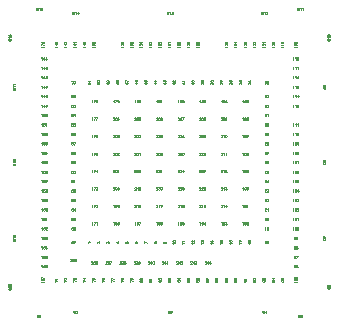
<source format=gbr>
G04 CAM350/DFMSTREAM V12.2 (Build 1124) Date:  Wed Mar 06 16:06:52 2019 *
G04 Database: d:\cad\swi_source\new folder\airprime hl and wp series snap-in socket.cam *
G04 Layer 5: PIN_ID *
%FSLAX23Y23*%
%MOIN*%
%SFA1.000B1.000*%

%MIA0B0*%
%IPPOS*%
%ADD12C,0.00500*%
%ADD15C,0.00200*%
%LNPIN_ID*%
%LPD*%
G36*
X-270Y-269D02*
G01Y-264D01*
X-265*
Y-269*
X-270*
G37*
G54D12*
X126Y-334D03*
X79D03*
X-419Y-346D03*
Y-315D03*
Y-283D03*
Y-252D03*
Y-220D03*
Y-189D03*
Y-157D03*
Y-126D03*
Y-94D03*
Y-63D03*
Y-31D03*
Y0D03*
Y31D03*
Y63D03*
Y94D03*
Y126D03*
Y157D03*
Y189D03*
Y220D03*
Y252D03*
Y283D03*
Y315D03*
Y346D03*
X-378Y392D03*
X-346D03*
X-315D03*
X-283D03*
X-252D03*
X-157D03*
X-126D03*
X-94D03*
X-63D03*
X-31D03*
X0D03*
X31D03*
X63D03*
X94D03*
X189D03*
X220D03*
X252D03*
X283D03*
X315D03*
X346D03*
X378D03*
X419Y346D03*
Y315D03*
Y283D03*
Y252D03*
Y220D03*
Y189D03*
Y126D03*
Y94D03*
Y63D03*
Y31D03*
Y0D03*
Y-31D03*
Y-63D03*
Y-94D03*
Y-126D03*
Y-157D03*
Y-189D03*
Y-220D03*
Y-252D03*
Y-283D03*
Y-315D03*
Y-346D03*
X378Y-392D03*
X346D03*
X315D03*
X283D03*
X252D03*
X220D03*
X189D03*
X157D03*
X126D03*
X94D03*
X63D03*
X31D03*
X0D03*
X-31D03*
X-63D03*
X-94D03*
X-126D03*
X-157D03*
X-189D03*
X-220D03*
X-252D03*
X-283D03*
X-315D03*
X-346D03*
X-378D03*
X-531Y-415D03*
Y415D03*
X531D03*
Y-415D03*
X-435Y512D03*
X435D03*
Y-512D03*
X-435D03*
X-518Y-252D03*
Y0D03*
Y252D03*
X-315Y498D03*
X0D03*
X315D03*
X518Y252D03*
Y0D03*
Y-252D03*
X315Y-498D03*
X0D03*
X-315D03*
X31Y-334D03*
X-16D03*
X-63D03*
X-110D03*
X-157D03*
X-205D03*
X-252D03*
X-322Y-326D03*
X251Y203D03*
Y145D03*
Y87D03*
X180D03*
Y145D03*
Y203D03*
X108D03*
Y145D03*
Y87D03*
X36Y203D03*
Y145D03*
Y87D03*
X-36D03*
Y145D03*
Y203D03*
X-108D03*
Y145D03*
Y87D03*
X108Y29D03*
X36D03*
X-36D03*
X-108D03*
Y-29D03*
X-36D03*
X36D03*
X108D03*
X180Y29D03*
X251D03*
X180Y-29D03*
X251D03*
Y-87D03*
X180D03*
X251Y-145D03*
X180D03*
X251Y-203D03*
X180D03*
X108Y-145D03*
Y-87D03*
X36D03*
X-36D03*
X-108D03*
X36Y-145D03*
X-36D03*
X-108D03*
X108Y-203D03*
X36D03*
X-36D03*
X-108D03*
X-180D03*
Y-145D03*
Y-87D03*
Y-29D03*
Y29D03*
Y87D03*
Y145D03*
Y203D03*
X-251D03*
Y145D03*
Y87D03*
Y29D03*
Y-29D03*
Y-87D03*
Y-145D03*
Y-203D03*
X-421Y-392D03*
X421D03*
Y392D03*
X322Y-267D03*
X-322D03*
X322Y267D03*
X-322D03*
X-421Y392D03*
X322Y-220D03*
Y-189D03*
Y-157D03*
Y-126D03*
Y-94D03*
Y-63D03*
Y-31D03*
Y0D03*
Y31D03*
Y63D03*
Y94D03*
Y126D03*
Y157D03*
Y189D03*
Y220D03*
X-322D03*
Y189D03*
Y157D03*
Y126D03*
Y94D03*
Y63D03*
Y31D03*
Y0D03*
Y-31D03*
Y-63D03*
Y-94D03*
Y-126D03*
Y-157D03*
Y-189D03*
Y-220D03*
X-268Y267D03*
X-236D03*
X-205D03*
X-173D03*
X-142D03*
X-110D03*
X-79D03*
X-47D03*
X268D03*
X236D03*
X205D03*
X173D03*
X142D03*
X110D03*
X79D03*
X47D03*
X16D03*
X-16D03*
X268Y-267D03*
X236D03*
X205D03*
X173D03*
X-236D03*
X-205D03*
X-173D03*
X-142D03*
X142D03*
X110D03*
X-110D03*
X79D03*
X-79D03*
X-47D03*
X47D03*
X16D03*
X-16D03*
G54D15*
G01X116Y-332D02*
Y-332D01*
X117Y-331D01*
Y-331D01*
X118Y-330D01*
X119D01*
X120Y-331D01*
Y-331D01*
X121Y-332D01*
Y-333D01*
X120D01*
Y-335D01*
X116Y-338D01*
X121D01*
X127Y-330D02*
X123Y-336D01*
X129D01*
X127Y-330D02*
Y-338D01*
X135Y-330D02*
X131Y-336D01*
X136D01*
X135Y-330D02*
Y-338D01*
G01X69Y-332D02*
Y-332D01*
Y-331D01*
X70D01*
Y-330D01*
X72D01*
X73Y-331D01*
Y-331D01*
Y-332D01*
Y-333D01*
Y-333D01*
X72Y-335D01*
X69Y-338D01*
X74D01*
X80Y-330D02*
X76Y-336D01*
X82D01*
X80Y-330D02*
Y-338D01*
X84Y-330D02*
X88D01*
X86Y-333D01*
X87D01*
X88Y-334D01*
Y-334D01*
X89Y-335D01*
Y-336D01*
X88Y-337D01*
Y-338D01*
X87D01*
X85D01*
X84D01*
Y-338D01*
Y-337D01*
G01X-428Y-345D02*
Y-344D01*
X-426Y-343D01*
Y-351D01*
X-417Y-344D02*
Y-343D01*
X-419D01*
Y-343D01*
X-420D01*
X-421Y-345D01*
X-422Y-346D01*
Y-348D01*
X-421Y-350D01*
X-420Y-351D01*
X-419D01*
Y-351D01*
X-418D01*
X-417Y-350D01*
Y-349D01*
Y-348D01*
Y-347D01*
X-418Y-346D01*
X-419D01*
Y-346D01*
X-420D01*
X-421Y-347D01*
X-422Y-348D01*
X-410Y-344D02*
Y-343D01*
X-411D01*
X-412D01*
X-413D01*
X-414Y-345D01*
Y-346D01*
Y-348D01*
Y-350D01*
X-413Y-351D01*
X-412D01*
X-411D01*
X-410D01*
Y-350D01*
X-409Y-349D01*
Y-348D01*
X-410Y-347D01*
Y-346D01*
X-411D01*
X-412D01*
X-413D01*
X-414Y-347D01*
Y-348D01*
G01X-428Y-313D02*
Y-313D01*
X-426Y-312D01*
Y-319D01*
X-417Y-313D02*
Y-312D01*
X-419D01*
Y-312D01*
X-420D01*
X-421Y-313D01*
X-422Y-315D01*
Y-317D01*
X-421Y-318D01*
X-420Y-319D01*
X-419D01*
Y-319D01*
X-418D01*
X-417Y-318D01*
Y-317D01*
Y-317D01*
Y-316D01*
X-418Y-315D01*
X-419D01*
Y-315D01*
X-420D01*
X-421Y-316D01*
X-422Y-317D01*
X-410Y-312D02*
X-414D01*
Y-315D01*
Y-315D01*
X-413Y-314D01*
X-411D01*
X-410Y-315D01*
Y-315D01*
X-409Y-316D01*
Y-317D01*
X-410Y-318D01*
Y-319D01*
X-411D01*
X-413D01*
X-414D01*
Y-319D01*
Y-318D01*
G01X-428Y-282D02*
Y-281D01*
X-426Y-280D01*
Y-288D01*
X-417Y-281D02*
Y-280D01*
X-419D01*
Y-280D01*
X-420D01*
X-421Y-282D01*
X-422Y-283D01*
Y-285D01*
X-421Y-287D01*
X-420Y-288D01*
X-419D01*
Y-288D01*
X-418D01*
X-417Y-287D01*
Y-286D01*
Y-285D01*
Y-284D01*
X-418Y-283D01*
X-419D01*
Y-283D01*
X-420D01*
X-421Y-284D01*
X-422Y-285D01*
X-411Y-280D02*
X-414Y-285D01*
X-409D01*
X-411Y-280D02*
Y-288D01*
G01X-428Y-250D02*
Y-250D01*
X-426Y-249D01*
Y-256D01*
X-417Y-250D02*
Y-249D01*
X-419D01*
Y-249D01*
X-420D01*
X-421Y-250D01*
X-422Y-252D01*
Y-254D01*
X-421Y-255D01*
X-420Y-256D01*
X-419D01*
Y-256D01*
X-418D01*
X-417Y-255D01*
Y-254D01*
Y-254D01*
Y-253D01*
X-418Y-252D01*
X-419D01*
Y-252D01*
X-420D01*
X-421Y-253D01*
X-422Y-254D01*
X-414Y-249D02*
X-410D01*
X-412Y-252D01*
X-411D01*
X-410D01*
Y-252D01*
X-409Y-253D01*
Y-254D01*
X-410Y-255D01*
Y-256D01*
X-411D01*
X-413D01*
X-414D01*
Y-256D01*
Y-255D01*
G01X-428Y-219D02*
Y-218D01*
X-426Y-217D01*
Y-225D01*
X-417Y-218D02*
Y-217D01*
X-419D01*
Y-217D01*
X-420D01*
X-421Y-219D01*
X-422Y-220D01*
Y-222D01*
X-421Y-224D01*
X-420Y-225D01*
X-419D01*
Y-225D01*
X-418D01*
X-417Y-224D01*
Y-223D01*
Y-222D01*
Y-221D01*
X-418Y-220D01*
X-419D01*
Y-220D01*
X-420D01*
X-421Y-221D01*
X-422Y-222D01*
X-414Y-219D02*
Y-219D01*
Y-218D01*
X-413Y-217D01*
Y-217D01*
X-411D01*
X-410D01*
Y-218D01*
Y-219D01*
Y-219D01*
Y-220D01*
X-411Y-221D01*
X-414Y-225D01*
X-409D01*
G01X-428Y-187D02*
Y-187D01*
X-426Y-186D01*
Y-193D01*
X-417Y-187D02*
Y-186D01*
X-419D01*
Y-186D01*
X-420D01*
X-421Y-187D01*
X-422Y-189D01*
Y-191D01*
X-421Y-192D01*
X-420Y-193D01*
X-419D01*
Y-193D01*
X-418D01*
X-417Y-192D01*
Y-191D01*
Y-191D01*
Y-190D01*
X-418Y-189D01*
X-419D01*
Y-189D01*
X-420D01*
X-421Y-190D01*
X-422Y-191D01*
X-413Y-187D02*
Y-187D01*
X-411Y-186D01*
Y-193D01*
G01X-428Y-156D02*
Y-155D01*
X-426Y-154D01*
Y-162D01*
X-417Y-155D02*
Y-154D01*
X-419D01*
Y-154D01*
X-420D01*
X-421Y-156D01*
X-422Y-157D01*
Y-159D01*
X-421Y-161D01*
X-420Y-162D01*
X-419D01*
Y-162D01*
X-418D01*
X-417Y-161D01*
Y-160D01*
Y-159D01*
Y-158D01*
X-418Y-157D01*
X-419D01*
Y-157D01*
X-420D01*
X-421Y-158D01*
X-422Y-159D01*
X-412Y-154D02*
X-413D01*
X-414Y-156D01*
Y-157D01*
Y-159D01*
Y-160D01*
X-413Y-162D01*
X-412D01*
X-411D01*
X-410D01*
Y-160D01*
X-409Y-159D01*
Y-157D01*
X-410Y-156D01*
Y-154D01*
X-411D01*
X-412D01*
G01X-428Y-124D02*
Y-124D01*
X-426Y-123D01*
Y-130D01*
X-417Y-123D02*
X-421D01*
X-422Y-126D01*
X-421D01*
X-420Y-125D01*
X-419D01*
X-418Y-126D01*
X-417D01*
Y-127D01*
Y-128D01*
Y-129D01*
X-418Y-130D01*
X-419D01*
X-420D01*
X-421D01*
X-422D01*
Y-129D01*
X-410Y-125D02*
Y-126D01*
X-411Y-127D01*
X-412D01*
Y-127D01*
X-413D01*
X-414Y-126D01*
Y-125D01*
Y-125D01*
Y-124D01*
X-413Y-123D01*
X-412D01*
Y-123D01*
X-411D01*
X-410Y-124D01*
Y-125D01*
Y-127D01*
Y-129D01*
X-411Y-130D01*
X-412D01*
X-413D01*
X-414D01*
Y-129D01*
G01X-428Y-93D02*
Y-92D01*
X-426Y-91D01*
Y-99D01*
X-417Y-91D02*
X-421D01*
X-422Y-94D01*
X-421D01*
X-420D01*
X-419D01*
X-418D01*
X-417Y-95D01*
Y-96D01*
Y-97D01*
Y-98D01*
X-418Y-99D01*
X-419D01*
X-420D01*
X-421D01*
X-422Y-98D01*
Y-97D01*
X-413Y-91D02*
X-414D01*
Y-92D01*
Y-93D01*
Y-94D01*
X-413D01*
X-411D01*
X-410Y-95D01*
Y-96D01*
X-409D01*
Y-97D01*
X-410Y-98D01*
Y-99D01*
X-411D01*
X-413D01*
X-414D01*
Y-98D01*
Y-97D01*
Y-96D01*
Y-96D01*
X-413Y-95D01*
X-412Y-94D01*
X-411D01*
X-410D01*
Y-93D01*
Y-92D01*
Y-91D01*
X-411D01*
X-413D01*
G01X-428Y-61D02*
Y-61D01*
X-426Y-60D01*
Y-67D01*
X-417Y-60D02*
X-421D01*
X-422Y-63D01*
X-421D01*
X-420Y-62D01*
X-419D01*
X-418Y-63D01*
X-417D01*
Y-64D01*
Y-65D01*
Y-66D01*
X-418Y-67D01*
X-419D01*
X-420D01*
X-421D01*
X-422D01*
Y-66D01*
X-409Y-60D02*
X-413Y-67D01*
X-414Y-60D02*
X-409D01*
G01X-428Y-30D02*
Y-29D01*
X-426Y-28D01*
Y-36D01*
X-417Y-28D02*
X-421D01*
X-422Y-31D01*
X-421D01*
X-420D01*
X-419D01*
X-418D01*
X-417Y-32D01*
Y-33D01*
Y-34D01*
Y-35D01*
X-418Y-36D01*
X-419D01*
X-420D01*
X-421D01*
X-422Y-35D01*
Y-34D01*
X-410Y-29D02*
Y-28D01*
X-411D01*
X-412D01*
X-413D01*
X-414Y-30D01*
Y-31D01*
Y-33D01*
Y-35D01*
X-413Y-36D01*
X-412D01*
X-411D01*
X-410D01*
Y-35D01*
X-409Y-34D01*
Y-33D01*
X-410Y-32D01*
Y-31D01*
X-411D01*
X-412D01*
X-413D01*
X-414Y-32D01*
Y-33D01*
G01X-428Y2D02*
Y2D01*
X-426Y3D01*
Y-4D01*
X-417Y3D02*
X-421D01*
X-422Y0D01*
X-421D01*
X-420Y1D01*
X-419D01*
X-418Y0D01*
X-417D01*
Y-1D01*
Y-2D01*
Y-3D01*
X-418Y-4D01*
X-419D01*
X-420D01*
X-421D01*
X-422D01*
Y-3D01*
X-410Y3D02*
X-414D01*
Y0D01*
Y0D01*
X-413Y1D01*
X-411D01*
X-410Y0D01*
Y0D01*
X-409Y-1D01*
Y-2D01*
X-410Y-3D01*
Y-4D01*
X-411D01*
X-413D01*
X-414D01*
Y-4D01*
Y-3D01*
G01X-428Y33D02*
Y34D01*
X-426Y35D01*
Y27D01*
X-417Y35D02*
X-421D01*
X-422Y31D01*
X-421Y32D01*
X-420D01*
X-419D01*
X-418D01*
X-417Y31D01*
Y30D01*
Y29D01*
Y28D01*
X-418Y27D01*
X-419D01*
X-420D01*
X-421D01*
X-422Y28D01*
Y28D01*
X-411Y35D02*
X-414Y30D01*
X-409D01*
X-411Y35D02*
Y27D01*
G01X-428Y65D02*
Y65D01*
X-426Y66D01*
Y58D01*
X-417Y66D02*
X-421D01*
X-422Y63D01*
X-421D01*
X-420Y64D01*
X-419D01*
X-418Y63D01*
X-417D01*
Y61D01*
Y61D01*
Y60D01*
X-418Y59D01*
X-419Y58D01*
X-420D01*
X-421Y59D01*
X-422D01*
Y60D01*
X-414Y66D02*
X-410D01*
X-412Y63D01*
X-411D01*
X-410D01*
Y63D01*
X-409Y61D01*
Y61D01*
X-410Y60D01*
Y59D01*
X-411Y58D01*
X-413D01*
X-414Y59D01*
Y59D01*
Y60D01*
G01X-428Y96D02*
Y97D01*
X-426Y98D01*
Y90D01*
X-417Y98D02*
X-421D01*
X-422Y94D01*
X-421Y95D01*
X-420D01*
X-419D01*
X-418D01*
X-417Y94D01*
Y93D01*
Y92D01*
Y91D01*
X-418Y90D01*
X-419D01*
X-420D01*
X-421D01*
X-422Y91D01*
Y91D01*
X-414Y96D02*
Y96D01*
Y97D01*
X-413D01*
Y98D01*
X-411D01*
X-410Y97D01*
Y97D01*
Y96D01*
Y96D01*
Y95D01*
X-411Y94D01*
X-414Y90D01*
X-409D01*
G01X-428Y128D02*
Y128D01*
X-426Y129D01*
Y121D01*
X-417Y129D02*
X-421D01*
X-422Y126D01*
X-421D01*
X-420Y127D01*
X-419D01*
X-418Y126D01*
X-417D01*
Y124D01*
Y124D01*
Y123D01*
X-418Y122D01*
X-419Y121D01*
X-420D01*
X-421Y122D01*
X-422D01*
Y123D01*
X-413Y128D02*
Y128D01*
X-411Y129D01*
Y121D01*
G01X-428Y159D02*
Y160D01*
X-426Y161D01*
Y153D01*
X-417Y161D02*
X-421D01*
X-422Y157D01*
X-421Y158D01*
X-420D01*
X-419D01*
X-418D01*
X-417Y157D01*
Y156D01*
Y155D01*
Y154D01*
X-418Y153D01*
X-419D01*
X-420D01*
X-421D01*
X-422Y154D01*
Y154D01*
X-412Y161D02*
X-413Y160D01*
X-414Y159D01*
Y157D01*
Y156D01*
Y154D01*
X-413Y153D01*
X-412D01*
X-411D01*
X-410D01*
Y154D01*
X-409Y156D01*
Y157D01*
X-410Y159D01*
Y160D01*
X-411Y161D01*
X-412D01*
G01X-428Y191D02*
Y191D01*
X-426Y192D01*
Y184D01*
X-418Y192D02*
X-422Y187D01*
X-416D01*
X-418Y192D02*
Y184D01*
X-410Y190D02*
Y189D01*
X-411Y188D01*
X-412Y187D01*
Y187D01*
X-413Y188D01*
X-414Y189D01*
Y190D01*
Y190D01*
Y191D01*
X-413Y192D01*
X-412D01*
Y192D01*
X-411D01*
X-410Y191D01*
Y190D01*
Y188D01*
Y186D01*
X-411Y185D01*
X-412Y184D01*
X-413D01*
X-414Y185D01*
Y186D01*
G01X-428Y222D02*
Y223D01*
X-426Y224D01*
Y216D01*
X-418Y224D02*
X-422Y219D01*
X-416D01*
X-418Y224D02*
Y216D01*
X-413Y224D02*
X-414Y223D01*
Y223D01*
Y222D01*
Y221D01*
X-413D01*
X-411Y220D01*
X-410D01*
Y219D01*
X-409D01*
Y217D01*
X-410D01*
Y216D01*
X-411D01*
X-413D01*
X-414D01*
Y217D01*
Y217D01*
Y219D01*
Y219D01*
X-413Y220D01*
X-412D01*
X-411Y221D01*
X-410D01*
Y222D01*
Y223D01*
Y223D01*
X-411Y224D01*
X-413D01*
G01X-428Y254D02*
Y254D01*
X-426Y255D01*
Y247D01*
X-418Y255D02*
X-422Y250D01*
X-416D01*
X-418Y255D02*
Y247D01*
X-409Y255D02*
X-413Y247D01*
X-414Y255D02*
X-409D01*
G01X-428Y285D02*
Y286D01*
X-426Y287D01*
Y279D01*
X-418Y287D02*
X-422Y282D01*
X-416D01*
X-418Y287D02*
Y279D01*
X-410Y286D02*
Y286D01*
X-411Y287D01*
X-412D01*
X-413Y286D01*
X-414Y285D01*
Y283D01*
Y282D01*
Y280D01*
X-413Y279D01*
X-412D01*
X-411D01*
X-410D01*
Y280D01*
X-409Y281D01*
Y282D01*
X-410Y283D01*
Y283D01*
X-411Y284D01*
X-412D01*
X-413Y283D01*
X-414D01*
Y282D01*
G01X-428Y317D02*
Y317D01*
X-426Y318D01*
Y310D01*
X-418Y318D02*
X-422Y313D01*
X-416D01*
X-418Y318D02*
Y310D01*
X-410Y318D02*
X-414D01*
Y315D01*
Y315D01*
X-413Y316D01*
X-411D01*
X-410Y315D01*
Y315D01*
X-409Y313D01*
Y313D01*
X-410Y312D01*
Y311D01*
X-411Y310D01*
X-413D01*
X-414Y311D01*
Y311D01*
Y312D01*
G01X-428Y348D02*
Y349D01*
X-426Y350D01*
Y342D01*
X-418Y350D02*
X-422Y345D01*
X-416D01*
X-418Y350D02*
Y342D01*
X-411Y350D02*
X-414Y345D01*
X-409D01*
X-411Y350D02*
Y342D01*
G01X-383Y383D02*
Y383D01*
X-384Y385D01*
X-376D01*
X-384Y393D02*
X-379Y389D01*
Y395D01*
X-384Y393D02*
X-376D01*
X-384Y397D02*
Y401D01*
X-381Y399D01*
Y400D01*
Y401D01*
Y401D01*
X-379Y402D01*
Y402D01*
X-378Y401D01*
X-377D01*
X-376Y400D01*
Y398D01*
X-377Y397D01*
Y397D01*
X-378D01*
G01X-351Y383D02*
X-352D01*
X-353Y385D01*
X-345D01*
X-353Y393D02*
X-348Y389D01*
Y395D01*
X-353Y393D02*
X-345D01*
X-351Y397D02*
Y397D01*
X-352D01*
Y398D01*
X-353D01*
Y400D01*
X-352Y401D01*
Y401D01*
X-351D01*
Y401D01*
X-350D01*
X-349Y400D01*
X-345Y397D01*
Y402D01*
G01X-320Y383D02*
Y383D01*
X-321Y385D01*
X-313D01*
X-321Y393D02*
X-316Y389D01*
Y395D01*
X-321Y393D02*
X-313D01*
X-320Y398D02*
Y398D01*
X-321Y400D01*
X-313D01*
G01X-288Y383D02*
X-289D01*
X-290Y385D01*
X-282D01*
X-290Y393D02*
X-285Y389D01*
Y395D01*
X-290Y393D02*
X-282D01*
X-290Y399D02*
X-289Y398D01*
X-288Y397D01*
X-286D01*
X-285D01*
X-283D01*
X-282Y398D01*
Y399D01*
Y400D01*
Y401D01*
X-283D01*
X-285Y402D01*
X-286D01*
X-288Y401D01*
X-289D01*
X-290Y400D01*
Y399D01*
G01X-257Y383D02*
Y383D01*
X-258Y385D01*
X-250D01*
X-258Y390D02*
Y394D01*
X-255Y392D01*
Y393D01*
Y394D01*
Y394D01*
X-253D01*
Y394D01*
X-252D01*
X-251Y393D01*
X-250Y392D01*
Y391D01*
X-251Y390D01*
Y389D01*
X-252D01*
X-256Y401D02*
X-255D01*
X-254Y400D01*
X-253Y399D01*
Y399D01*
X-254Y398D01*
X-255Y397D01*
X-256D01*
Y397D01*
X-257D01*
X-258Y398D01*
Y399D01*
Y399D01*
Y400D01*
X-257Y401D01*
X-256D01*
X-254D01*
X-252D01*
X-251Y400D01*
X-250Y399D01*
Y398D01*
X-251Y397D01*
X-252D01*
G01X-162Y383D02*
X-163D01*
X-164Y385D01*
X-156D01*
X-164Y390D02*
Y394D01*
X-161Y392D01*
Y393D01*
X-160Y394D01*
Y394D01*
X-159D01*
X-158D01*
X-157D01*
X-156Y393D01*
Y392D01*
Y391D01*
Y390D01*
X-157Y389D01*
Y389D01*
X-163Y401D02*
Y401D01*
X-164Y400D01*
Y399D01*
X-163Y398D01*
X-162Y397D01*
X-160D01*
X-159D01*
X-157D01*
X-156Y398D01*
Y399D01*
Y400D01*
Y401D01*
X-157D01*
X-158Y402D01*
X-159D01*
X-160Y401D01*
Y401D01*
X-161Y400D01*
Y399D01*
X-160Y398D01*
Y397D01*
X-159D01*
G01X-131Y383D02*
Y383D01*
X-132Y385D01*
X-124D01*
X-132Y390D02*
Y394D01*
X-129Y392D01*
Y393D01*
Y394D01*
Y394D01*
X-127D01*
Y394D01*
X-126D01*
X-125Y393D01*
X-124Y392D01*
Y391D01*
X-125Y390D01*
Y389D01*
X-126D01*
X-132Y401D02*
Y397D01*
X-129D01*
Y397D01*
X-130Y398D01*
Y400D01*
X-129Y401D01*
Y401D01*
X-127Y402D01*
Y402D01*
X-126Y401D01*
X-125D01*
X-124Y400D01*
Y398D01*
X-125Y397D01*
Y397D01*
X-126D01*
G01X-99Y383D02*
X-100D01*
X-101Y385D01*
X-93D01*
X-101Y390D02*
Y394D01*
X-98Y392D01*
Y393D01*
X-97Y394D01*
Y394D01*
X-96D01*
X-95D01*
X-94D01*
X-93Y393D01*
Y392D01*
Y391D01*
Y390D01*
X-94Y389D01*
Y389D01*
X-101Y400D02*
X-96Y397D01*
Y402D01*
X-101Y400D02*
X-93D01*
G01X-68Y383D02*
Y383D01*
X-69Y385D01*
X-61D01*
X-69Y390D02*
Y394D01*
X-66Y392D01*
Y393D01*
Y394D01*
Y394D01*
X-64D01*
Y394D01*
X-63D01*
X-62Y393D01*
X-61Y392D01*
Y391D01*
X-62Y390D01*
Y389D01*
X-63D01*
X-69Y397D02*
Y401D01*
X-66Y399D01*
Y400D01*
Y401D01*
Y401D01*
X-64Y402D01*
Y402D01*
X-63Y401D01*
X-62D01*
X-61Y400D01*
Y398D01*
X-62Y397D01*
Y397D01*
X-63D01*
G01X-36Y383D02*
X-37D01*
X-38Y385D01*
X-30D01*
X-38Y390D02*
Y394D01*
X-35Y392D01*
Y393D01*
X-34Y394D01*
Y394D01*
X-33D01*
X-32D01*
X-31D01*
X-30Y393D01*
Y392D01*
Y391D01*
Y390D01*
X-31Y389D01*
Y389D01*
X-36Y397D02*
Y397D01*
X-37D01*
Y398D01*
X-38D01*
Y400D01*
X-37Y401D01*
Y401D01*
X-36D01*
Y401D01*
X-35D01*
X-34Y400D01*
X-30Y397D01*
Y402D01*
G01X-5Y383D02*
Y383D01*
X-6Y385D01*
X1D01*
X-6Y390D02*
Y394D01*
X-3Y392D01*
Y393D01*
Y394D01*
Y394D01*
X-1D01*
Y394D01*
X0D01*
X1Y393D01*
Y392D01*
Y391D01*
Y390D01*
Y389D01*
X0D01*
X-5Y398D02*
Y398D01*
X-6Y400D01*
X1D01*
G01X27Y383D02*
X26D01*
X25Y385D01*
X33D01*
X25Y390D02*
Y394D01*
X28Y392D01*
Y393D01*
Y394D01*
X29D01*
X30D01*
X31D01*
X32D01*
X33Y393D01*
Y392D01*
Y391D01*
Y390D01*
X32Y389D01*
X31D01*
X25Y399D02*
Y398D01*
X27Y397D01*
X28D01*
X30D01*
X31D01*
X33Y398D01*
Y399D01*
Y400D01*
Y401D01*
X31D01*
X30Y402D01*
X28D01*
X27Y401D01*
X25D01*
Y400D01*
Y399D01*
G01X58Y383D02*
Y383D01*
X57Y385D01*
X64D01*
X58Y389D02*
Y389D01*
X57Y390D01*
Y390D01*
Y391D01*
Y392D01*
Y393D01*
Y394D01*
X58D01*
X59D01*
X60D01*
X61Y393D01*
X64Y389D01*
Y394D01*
X59Y401D02*
X60D01*
X61Y400D01*
Y399D01*
Y399D01*
Y398D01*
X60Y397D01*
X59D01*
Y397D01*
X58D01*
X57Y398D01*
Y399D01*
Y399D01*
Y400D01*
X58Y401D01*
X59D01*
X61D01*
X63D01*
X64Y400D01*
Y399D01*
Y398D01*
Y397D01*
X63D01*
G01X90Y383D02*
X89D01*
X88Y385D01*
X96D01*
X90Y389D02*
Y389D01*
X89Y390D01*
X88D01*
Y391D01*
Y392D01*
Y393D01*
X89Y394D01*
X90D01*
Y394D01*
X91D01*
X92Y393D01*
X96Y389D01*
Y394D01*
X88Y398D02*
Y397D01*
X89D01*
X90D01*
X91D01*
Y398D01*
Y400D01*
X92Y401D01*
X93D01*
Y402D01*
X94D01*
X95Y401D01*
X96D01*
Y400D01*
Y398D01*
Y397D01*
X95D01*
X94D01*
X93D01*
Y397D01*
X92Y398D01*
X91Y399D01*
Y400D01*
Y401D01*
X90D01*
X89D01*
X88D01*
Y400D01*
Y398D01*
G01X184Y383D02*
Y383D01*
X183Y385D01*
X190D01*
X184Y389D02*
Y389D01*
X183Y390D01*
Y390D01*
Y391D01*
Y392D01*
Y393D01*
Y394D01*
X184D01*
X185D01*
X186D01*
X187Y393D01*
X190Y389D01*
Y394D01*
X183Y401D02*
Y397D01*
X186D01*
Y397D01*
X185Y398D01*
Y400D01*
X186Y401D01*
Y401D01*
X187Y402D01*
X188D01*
X189Y401D01*
X190D01*
Y400D01*
Y398D01*
Y397D01*
Y397D01*
X189D01*
G01X216Y383D02*
X215D01*
X214Y385D01*
X222D01*
X216Y389D02*
Y389D01*
X215Y390D01*
X214D01*
Y391D01*
Y392D01*
Y393D01*
X215Y394D01*
X216D01*
Y394D01*
X217D01*
X218Y393D01*
X222Y389D01*
Y394D01*
X214Y400D02*
X219Y397D01*
Y402D01*
X214Y400D02*
X222D01*
G01X247Y383D02*
Y383D01*
X246Y385D01*
X253D01*
X247Y389D02*
Y389D01*
X246Y390D01*
Y390D01*
Y391D01*
Y392D01*
Y393D01*
Y394D01*
X247D01*
X248D01*
X249D01*
X250Y393D01*
X253Y389D01*
Y394D01*
X246Y397D02*
Y401D01*
X249Y399D01*
Y400D01*
Y401D01*
Y401D01*
X250Y402D01*
X251D01*
X252Y401D01*
X253D01*
Y400D01*
Y398D01*
Y397D01*
Y397D01*
X252D01*
G01X279Y383D02*
X278D01*
X277Y385D01*
X285D01*
X279Y389D02*
Y389D01*
X278Y390D01*
X277D01*
Y391D01*
Y392D01*
Y393D01*
X278Y394D01*
X279D01*
Y394D01*
X280D01*
X281Y393D01*
X285Y389D01*
Y394D01*
X279Y397D02*
Y397D01*
X278D01*
X277Y398D01*
Y398D01*
Y400D01*
Y401D01*
X278D01*
X279D01*
Y401D01*
X280D01*
X281Y400D01*
X285Y397D01*
Y402D01*
G01X310Y383D02*
Y383D01*
X309Y385D01*
X316D01*
X310Y389D02*
Y389D01*
X309Y390D01*
Y390D01*
Y391D01*
Y392D01*
Y393D01*
Y394D01*
X310D01*
X311D01*
X312D01*
X313Y393D01*
X316Y389D01*
Y394D01*
X310Y398D02*
Y398D01*
X309Y400D01*
X316D01*
G01X342Y383D02*
X341D01*
X340Y385D01*
X348D01*
X342Y389D02*
Y389D01*
X341Y390D01*
X340D01*
Y391D01*
Y392D01*
Y393D01*
X341Y394D01*
X342D01*
Y394D01*
X343D01*
X344Y393D01*
X348Y389D01*
Y394D01*
X340Y399D02*
Y398D01*
X342Y397D01*
X343D01*
X345D01*
X346D01*
X348Y398D01*
Y399D01*
Y400D01*
Y401D01*
X346D01*
X345Y402D01*
X343D01*
X342Y401D01*
X340D01*
Y400D01*
Y399D01*
G01X373Y383D02*
Y383D01*
X372Y385D01*
X379D01*
X373Y390D02*
Y391D01*
X372Y392D01*
X379D01*
X374Y401D02*
X375D01*
X376Y400D01*
Y399D01*
Y399D01*
Y398D01*
X375Y397D01*
X374D01*
Y397D01*
X373D01*
X372Y398D01*
Y399D01*
Y399D01*
Y400D01*
X373Y401D01*
X374D01*
X376D01*
X378D01*
X379Y400D01*
Y399D01*
Y398D01*
Y397D01*
X378D01*
G01X410Y348D02*
X411Y349D01*
X412Y350D01*
Y342D01*
X418Y348D02*
X419Y349D01*
X420Y350D01*
Y342D01*
X426Y350D02*
X425Y349D01*
Y349D01*
Y348D01*
Y347D01*
X426D01*
X427Y346D01*
X428D01*
X429Y345D01*
Y345D01*
Y343D01*
Y343D01*
Y342D01*
X428D01*
X426D01*
X425D01*
Y343D01*
X424D01*
Y345D01*
X425D01*
Y346D01*
X426D01*
X428Y347D01*
X429D01*
Y348D01*
Y349D01*
Y349D01*
X428Y350D01*
X426D01*
G01X410Y317D02*
X411D01*
X412Y318D01*
Y310D01*
X418Y317D02*
X419D01*
X420Y318D01*
Y310D01*
X429Y318D02*
X426Y310D01*
X424Y318D02*
X429D01*
G01X410Y285D02*
X411Y286D01*
X412Y287D01*
Y279D01*
X418Y285D02*
X419Y286D01*
X420Y287D01*
Y279D01*
X429Y286D02*
Y286D01*
X428Y287D01*
X427D01*
X426Y286D01*
X425Y285D01*
Y283D01*
Y282D01*
Y280D01*
X426Y279D01*
X427D01*
Y279D01*
X428D01*
X429Y280D01*
Y281D01*
Y282D01*
Y283D01*
X428D01*
X427Y284D01*
Y284D01*
X426Y283D01*
X425D01*
Y282D01*
G01X410Y254D02*
X411D01*
X412Y255D01*
Y247D01*
X418Y254D02*
X419D01*
X420Y255D01*
Y247D01*
X429Y255D02*
X425D01*
Y252D01*
Y252D01*
X426Y253D01*
X427D01*
X428Y252D01*
X429D01*
Y250D01*
Y250D01*
Y249D01*
X428Y248D01*
X427Y247D01*
X426D01*
X425Y248D01*
Y248D01*
X424Y249D01*
G01X410Y222D02*
X411Y223D01*
X412Y224D01*
Y216D01*
X418Y222D02*
X419Y223D01*
X420Y224D01*
Y216D01*
X428Y224D02*
X424Y219D01*
X430D01*
X428Y224D02*
Y216D01*
G01X410Y191D02*
X411D01*
X412Y192D01*
Y184D01*
X418Y191D02*
X419D01*
X420Y192D01*
Y184D01*
X425Y192D02*
X429D01*
X427Y189D01*
X428D01*
X429D01*
Y189D01*
Y187D01*
Y187D01*
Y186D01*
X428Y185D01*
X427Y184D01*
X426D01*
X425Y185D01*
Y185D01*
X424Y186D01*
G01X410Y128D02*
X411D01*
X412Y129D01*
Y121D01*
X418Y128D02*
X419D01*
X420Y129D01*
Y121D01*
X425Y128D02*
X426D01*
X427Y129D01*
Y121D01*
G01X410Y96D02*
X411Y97D01*
X412Y98D01*
Y90D01*
X418Y96D02*
X419Y97D01*
X420Y98D01*
Y90D01*
X426Y98D02*
X425Y97D01*
Y96D01*
X424Y94D01*
Y93D01*
X425Y91D01*
Y90D01*
X426D01*
X427D01*
X428D01*
X429Y91D01*
Y93D01*
Y94D01*
Y96D01*
X428Y97D01*
X427Y98D01*
X426D01*
G01X410Y65D02*
X411D01*
X412Y66D01*
Y58D01*
X419Y66D02*
X418D01*
X417Y65D01*
Y63D01*
Y62D01*
Y60D01*
X418Y59D01*
X419Y58D01*
X420D01*
X421Y59D01*
X422Y60D01*
Y62D01*
Y63D01*
Y65D01*
X421Y66D01*
X420D01*
X419D01*
X429Y64D02*
Y63D01*
X428Y62D01*
X427Y61D01*
X426D01*
X425Y62D01*
Y63D01*
X424Y64D01*
Y64D01*
X425Y65D01*
Y66D01*
X426D01*
X427D01*
X428D01*
X429Y65D01*
Y64D01*
Y62D01*
Y60D01*
X428Y59D01*
X427Y58D01*
X426D01*
X425Y59D01*
Y60D01*
G01X410Y33D02*
X411Y34D01*
X412Y35D01*
Y27D01*
X419Y35D02*
X418Y34D01*
X417Y33D01*
Y31D01*
Y30D01*
Y28D01*
X418Y27D01*
X419D01*
X420D01*
X421D01*
X422Y28D01*
Y30D01*
Y31D01*
Y33D01*
X421Y34D01*
X420Y35D01*
X419D01*
X426D02*
X425Y34D01*
Y34D01*
Y33D01*
Y32D01*
X426D01*
X427Y31D01*
X428D01*
X429Y30D01*
Y30D01*
Y28D01*
Y28D01*
Y27D01*
X428D01*
X426D01*
X425D01*
Y28D01*
X424D01*
Y30D01*
X425D01*
Y31D01*
X426D01*
X428Y32D01*
X429D01*
Y33D01*
Y34D01*
Y34D01*
X428Y35D01*
X426D01*
G01X410Y2D02*
X411D01*
X412Y3D01*
Y-4D01*
X419Y3D02*
X418D01*
X417Y2D01*
Y0D01*
Y-1D01*
Y-3D01*
X418Y-4D01*
X419D01*
X420D01*
X421D01*
X422Y-3D01*
Y-1D01*
Y0D01*
Y2D01*
X421Y3D01*
X420D01*
X419D01*
X429D02*
X426Y-4D01*
X424Y3D02*
X429D01*
G01X410Y-30D02*
X411Y-29D01*
X412Y-28D01*
Y-36D01*
X419Y-28D02*
X418D01*
X417Y-30D01*
Y-31D01*
Y-33D01*
Y-34D01*
X418Y-36D01*
X419D01*
X420D01*
X421D01*
X422Y-34D01*
Y-33D01*
Y-31D01*
Y-30D01*
X421Y-28D01*
X420D01*
X419D01*
X429Y-29D02*
Y-28D01*
X428D01*
X427D01*
X426D01*
X425Y-30D01*
Y-31D01*
Y-33D01*
Y-35D01*
X426Y-36D01*
X427D01*
Y-36D01*
X428D01*
X429Y-35D01*
Y-34D01*
Y-33D01*
Y-32D01*
X428Y-31D01*
X427D01*
Y-31D01*
X426D01*
X425Y-32D01*
Y-33D01*
G01X410Y-61D02*
X411D01*
X412Y-60D01*
Y-67D01*
X419Y-60D02*
X418D01*
X417Y-61D01*
Y-63D01*
Y-64D01*
Y-66D01*
X418Y-67D01*
X419D01*
X420D01*
X421D01*
X422Y-66D01*
Y-64D01*
Y-63D01*
Y-61D01*
X421Y-60D01*
X420D01*
X419D01*
X429D02*
X425D01*
Y-63D01*
Y-63D01*
X426Y-62D01*
X427D01*
X428Y-63D01*
X429D01*
Y-64D01*
Y-65D01*
Y-66D01*
X428Y-67D01*
X427D01*
X426D01*
X425D01*
Y-67D01*
X424Y-66D01*
G01X410Y-93D02*
X411Y-92D01*
X412Y-91D01*
Y-99D01*
X419Y-91D02*
X418D01*
X417Y-93D01*
Y-94D01*
Y-96D01*
Y-97D01*
X418Y-99D01*
X419D01*
X420D01*
X421D01*
X422Y-97D01*
Y-96D01*
Y-94D01*
Y-93D01*
X421Y-91D01*
X420D01*
X419D01*
X428D02*
X424Y-96D01*
X430D01*
X428Y-91D02*
Y-99D01*
G01X410Y-124D02*
X411D01*
X412Y-123D01*
Y-130D01*
X419Y-123D02*
X418D01*
X417Y-124D01*
Y-126D01*
Y-127D01*
Y-129D01*
X418Y-130D01*
X419D01*
X420D01*
X421D01*
X422Y-129D01*
Y-127D01*
Y-126D01*
Y-124D01*
X421Y-123D01*
X420D01*
X419D01*
X425D02*
X429D01*
X427Y-126D01*
X428D01*
X429D01*
Y-126D01*
Y-127D01*
Y-128D01*
Y-129D01*
X428Y-130D01*
X427D01*
X426D01*
X425D01*
Y-130D01*
X424Y-129D01*
G01X410Y-156D02*
X411Y-155D01*
X412Y-154D01*
Y-162D01*
X419Y-154D02*
X418D01*
X417Y-156D01*
Y-157D01*
Y-159D01*
Y-160D01*
X418Y-162D01*
X419D01*
X420D01*
X421D01*
X422Y-160D01*
Y-159D01*
Y-157D01*
Y-156D01*
X421Y-154D01*
X420D01*
X419D01*
X425Y-156D02*
Y-156D01*
Y-155D01*
Y-154D01*
X426D01*
X428D01*
Y-154D01*
X429Y-155D01*
Y-156D01*
Y-156D01*
Y-157D01*
X428Y-158D01*
X424Y-162D01*
X429D01*
G01X410Y-187D02*
X411D01*
X412Y-186D01*
Y-193D01*
X419Y-186D02*
X418D01*
X417Y-187D01*
Y-189D01*
Y-190D01*
Y-192D01*
X418Y-193D01*
X419D01*
X420D01*
X421D01*
X422Y-192D01*
Y-190D01*
Y-189D01*
Y-187D01*
X421Y-186D01*
X420D01*
X419D01*
X425Y-187D02*
X426D01*
X427Y-186D01*
Y-193D01*
G01X410Y-219D02*
X411Y-218D01*
X412Y-217D01*
Y-225D01*
X419Y-217D02*
X418D01*
X417Y-219D01*
Y-220D01*
Y-222D01*
Y-223D01*
X418Y-225D01*
X419D01*
X420D01*
X421D01*
X422Y-223D01*
Y-222D01*
Y-220D01*
Y-219D01*
X421Y-217D01*
X420D01*
X419D01*
X426D02*
X425D01*
Y-219D01*
X424Y-220D01*
Y-222D01*
X425Y-223D01*
Y-225D01*
X426D01*
X427D01*
X428D01*
X429Y-223D01*
Y-222D01*
Y-220D01*
Y-219D01*
X428Y-217D01*
X427D01*
X426D01*
G01X418Y-251D02*
X417Y-252D01*
Y-253D01*
X416D01*
X415D01*
X414D01*
X413Y-252D01*
Y-251D01*
Y-251D01*
Y-250D01*
X414Y-249D01*
X415D01*
X416D01*
X417D01*
Y-250D01*
X418Y-251D01*
Y-253D01*
X417Y-255D01*
Y-256D01*
X416D01*
X415D01*
X414D01*
X413Y-255D01*
X425Y-251D02*
Y-252D01*
X424Y-253D01*
X423D01*
Y-253D01*
X422D01*
X421Y-252D01*
X420Y-251D01*
Y-251D01*
X421Y-250D01*
X422Y-249D01*
X423D01*
Y-249D01*
X424D01*
X425Y-250D01*
Y-251D01*
Y-253D01*
Y-255D01*
X424Y-256D01*
X423D01*
X422D01*
X421D01*
Y-255D01*
G01X418Y-283D02*
X417Y-284D01*
Y-285D01*
X416D01*
X415D01*
X414D01*
X413Y-284D01*
Y-283D01*
Y-282D01*
Y-281D01*
X414Y-280D01*
X415D01*
X416D01*
X417D01*
Y-281D01*
X418Y-283D01*
Y-285D01*
X417Y-286D01*
Y-288D01*
X416D01*
X415D01*
X414D01*
X413Y-287D01*
X422Y-280D02*
X421D01*
Y-281D01*
Y-282D01*
Y-283D01*
X422D01*
X423D01*
X425Y-284D01*
Y-285D01*
X426D01*
Y-286D01*
X425Y-287D01*
Y-288D01*
X424D01*
X422D01*
X421D01*
Y-287D01*
X420Y-286D01*
Y-285D01*
X421D01*
X422Y-284D01*
X423Y-283D01*
X424D01*
X425D01*
Y-282D01*
Y-281D01*
Y-280D01*
X424D01*
X422D01*
G01X418Y-314D02*
X417Y-315D01*
Y-316D01*
X416D01*
X415D01*
X414D01*
X413Y-315D01*
Y-314D01*
Y-314D01*
Y-313D01*
X414Y-312D01*
X415D01*
X416D01*
X417D01*
Y-313D01*
X418Y-314D01*
Y-316D01*
X417Y-318D01*
Y-319D01*
X416D01*
X415D01*
X414D01*
X413Y-318D01*
X426Y-312D02*
X422Y-319D01*
X420Y-312D02*
X426D01*
G01X418Y-346D02*
X417Y-347D01*
Y-348D01*
X416D01*
X415D01*
X414D01*
X413Y-347D01*
Y-346D01*
Y-345D01*
Y-344D01*
X414Y-343D01*
X415D01*
X416D01*
X417D01*
Y-344D01*
X418Y-346D01*
Y-348D01*
X417Y-349D01*
Y-351D01*
X416D01*
X415D01*
X414D01*
X413Y-350D01*
X425Y-344D02*
Y-343D01*
X424D01*
X423D01*
X422D01*
X421Y-345D01*
Y-346D01*
Y-348D01*
Y-350D01*
X422Y-351D01*
X423D01*
Y-351D01*
X425D01*
Y-350D01*
X426Y-349D01*
Y-348D01*
X425Y-347D01*
Y-346D01*
X423D01*
Y-346D01*
X422D01*
X421Y-347D01*
Y-348D01*
G01X374Y-393D02*
X375Y-394D01*
X376D01*
Y-395D01*
Y-396D01*
Y-397D01*
X375Y-398D01*
X374D01*
Y-398D01*
X373D01*
X372Y-397D01*
Y-396D01*
Y-395D01*
Y-394D01*
X373D01*
X374Y-393D01*
X376D01*
X378Y-394D01*
X379D01*
Y-395D01*
Y-396D01*
Y-397D01*
X378Y-398D01*
X372Y-386D02*
Y-390D01*
X375D01*
Y-390D01*
X374Y-389D01*
Y-388D01*
X375Y-386D01*
Y-386D01*
X376Y-385D01*
X377D01*
X378Y-386D01*
X379D01*
Y-388D01*
Y-389D01*
Y-390D01*
Y-390D01*
X378Y-391D01*
G01X343Y-393D02*
X344Y-394D01*
X345D01*
Y-395D01*
Y-396D01*
Y-397D01*
X344Y-398D01*
X343D01*
X342D01*
X341D01*
X340Y-397D01*
Y-396D01*
Y-395D01*
Y-394D01*
X341D01*
X343Y-393D01*
X345D01*
X346Y-394D01*
X348D01*
Y-395D01*
Y-396D01*
Y-397D01*
X347Y-398D01*
X340Y-387D02*
X345Y-391D01*
Y-385D01*
X340Y-387D02*
X348D01*
G01X311Y-393D02*
X312Y-394D01*
X313D01*
Y-395D01*
Y-396D01*
Y-397D01*
X312Y-398D01*
X311D01*
Y-398D01*
X310D01*
X309Y-397D01*
Y-396D01*
Y-395D01*
Y-394D01*
X310D01*
X311Y-393D01*
X313D01*
X315Y-394D01*
X316D01*
Y-395D01*
Y-396D01*
Y-397D01*
X315Y-398D01*
X309Y-390D02*
Y-386D01*
X312Y-388D01*
Y-387D01*
Y-386D01*
Y-386D01*
X313Y-385D01*
X314D01*
X315Y-386D01*
X316D01*
Y-388D01*
Y-389D01*
Y-390D01*
Y-390D01*
X315Y-391D01*
G01X280Y-393D02*
X281Y-394D01*
X282D01*
Y-395D01*
Y-396D01*
Y-397D01*
X281Y-398D01*
X280D01*
X279D01*
X278D01*
X277Y-397D01*
Y-396D01*
Y-395D01*
Y-394D01*
X278D01*
X280Y-393D01*
X282D01*
X283Y-394D01*
X285D01*
Y-395D01*
Y-396D01*
Y-397D01*
X284Y-398D01*
X279Y-390D02*
Y-390D01*
X278D01*
X277Y-389D01*
Y-389D01*
Y-387D01*
Y-386D01*
X278D01*
X279D01*
Y-386D01*
X280D01*
X281Y-387D01*
X285Y-391D01*
Y-385D01*
G01X248Y-393D02*
X249Y-394D01*
X250D01*
Y-395D01*
Y-396D01*
Y-397D01*
X249Y-398D01*
X248D01*
Y-398D01*
X247D01*
X246Y-397D01*
Y-396D01*
Y-395D01*
Y-394D01*
X247D01*
X248Y-393D01*
X250D01*
X252Y-394D01*
X253D01*
Y-395D01*
Y-396D01*
Y-397D01*
X252Y-398D01*
X247Y-389D02*
Y-389D01*
X246Y-388D01*
X253D01*
G01X217Y-393D02*
X218Y-394D01*
X219D01*
Y-395D01*
Y-396D01*
Y-397D01*
X218Y-398D01*
X217D01*
X216D01*
X215D01*
X214Y-397D01*
Y-396D01*
Y-395D01*
Y-394D01*
X215D01*
X217Y-393D01*
X219D01*
X220Y-394D01*
X222D01*
Y-395D01*
Y-396D01*
Y-397D01*
X221Y-398D01*
X214Y-388D02*
Y-389D01*
X216Y-390D01*
X217Y-391D01*
X219D01*
X220Y-390D01*
X222Y-389D01*
Y-388D01*
Y-388D01*
Y-386D01*
X220D01*
X219Y-385D01*
X217D01*
X216Y-386D01*
X214D01*
Y-388D01*
Y-388D01*
G01X183Y-396D02*
Y-397D01*
X184Y-398D01*
Y-398D01*
X185Y-397D01*
X186D01*
Y-395D01*
Y-394D01*
X187Y-393D01*
X188D01*
X189D01*
X190D01*
Y-394D01*
Y-395D01*
Y-396D01*
Y-397D01*
Y-398D01*
X189D01*
X188D01*
X187D01*
X186Y-397D01*
Y-396D01*
Y-394D01*
X185D01*
X184Y-393D01*
Y-393D01*
X183Y-394D01*
Y-395D01*
Y-396D01*
X185Y-386D02*
X186D01*
X187Y-387D01*
Y-388D01*
Y-388D01*
Y-389D01*
X186Y-390D01*
X185Y-391D01*
Y-391D01*
X184Y-390D01*
X183Y-389D01*
Y-388D01*
Y-388D01*
Y-387D01*
X184Y-386D01*
X185D01*
X187D01*
X189D01*
X190Y-387D01*
Y-388D01*
Y-389D01*
Y-390D01*
X189D01*
G01X151Y-396D02*
Y-397D01*
X152Y-398D01*
X153D01*
X154Y-397D01*
Y-397D01*
Y-395D01*
X155Y-394D01*
X156Y-393D01*
Y-393D01*
X157D01*
X158D01*
X159Y-394D01*
Y-395D01*
Y-396D01*
Y-397D01*
X158Y-398D01*
X157D01*
X156D01*
Y-398D01*
X155Y-397D01*
X154Y-396D01*
Y-394D01*
Y-394D01*
X153Y-393D01*
X152D01*
X151Y-394D01*
Y-395D01*
Y-396D01*
Y-389D02*
Y-390D01*
X152D01*
X153D01*
X154D01*
Y-389D01*
Y-388D01*
X155Y-386D01*
X156D01*
Y-385D01*
X157D01*
X158Y-386D01*
X159D01*
Y-387D01*
Y-389D01*
Y-390D01*
X158D01*
X157Y-391D01*
X156D01*
Y-390D01*
X155Y-389D01*
X154Y-388D01*
Y-387D01*
Y-386D01*
X153D01*
X152D01*
X151D01*
Y-387D01*
Y-389D01*
G01X120Y-396D02*
Y-397D01*
X121Y-398D01*
Y-398D01*
X122Y-397D01*
X123D01*
Y-395D01*
Y-394D01*
X124Y-393D01*
X125D01*
X126D01*
X127D01*
Y-394D01*
Y-395D01*
Y-396D01*
Y-397D01*
Y-398D01*
X126D01*
X125D01*
X124D01*
X123Y-397D01*
Y-396D01*
Y-394D01*
X122D01*
X121Y-393D01*
Y-393D01*
X120Y-394D01*
Y-395D01*
Y-396D01*
Y-385D02*
X127Y-389D01*
X120Y-391D02*
Y-385D01*
G01X88Y-396D02*
Y-397D01*
X89Y-398D01*
X90D01*
X91Y-397D01*
Y-397D01*
Y-395D01*
X92Y-394D01*
X93Y-393D01*
Y-393D01*
X94D01*
X95D01*
X96Y-394D01*
Y-395D01*
Y-396D01*
Y-397D01*
X95Y-398D01*
X94D01*
X93D01*
Y-398D01*
X92Y-397D01*
X91Y-396D01*
Y-394D01*
Y-394D01*
X90Y-393D01*
X89D01*
X88Y-394D01*
Y-395D01*
Y-396D01*
X89Y-386D02*
X88D01*
Y-387D01*
Y-388D01*
Y-389D01*
X90Y-390D01*
X91D01*
X93D01*
X95D01*
X96Y-389D01*
Y-388D01*
Y-388D01*
Y-386D01*
X95D01*
X94Y-385D01*
X93D01*
X92Y-386D01*
X91D01*
Y-388D01*
Y-388D01*
Y-389D01*
X92Y-390D01*
X93D01*
G01X57Y-396D02*
Y-397D01*
X58Y-398D01*
Y-398D01*
X59Y-397D01*
X60D01*
Y-395D01*
Y-394D01*
X61Y-393D01*
X62D01*
X63D01*
X64D01*
Y-394D01*
Y-395D01*
Y-396D01*
Y-397D01*
Y-398D01*
X63D01*
X62D01*
X61D01*
X60Y-397D01*
Y-396D01*
Y-394D01*
X59D01*
X58Y-393D01*
Y-393D01*
X57Y-394D01*
Y-395D01*
Y-396D01*
Y-386D02*
Y-390D01*
X60D01*
Y-390D01*
X59Y-389D01*
Y-388D01*
X60Y-386D01*
Y-386D01*
X61Y-385D01*
X62D01*
X63Y-386D01*
X64D01*
Y-388D01*
Y-389D01*
Y-390D01*
Y-390D01*
X63Y-391D01*
G01X25Y-396D02*
Y-397D01*
X26Y-398D01*
X27D01*
X28Y-397D01*
Y-397D01*
Y-395D01*
X29Y-394D01*
X30Y-393D01*
Y-393D01*
X31D01*
X32D01*
X33Y-394D01*
Y-395D01*
Y-396D01*
Y-397D01*
X32Y-398D01*
X31D01*
X30D01*
Y-398D01*
X29Y-397D01*
X28Y-396D01*
Y-394D01*
Y-394D01*
X27Y-393D01*
X26D01*
X25Y-394D01*
Y-395D01*
Y-396D01*
Y-387D02*
X30Y-391D01*
Y-385D01*
X25Y-387D02*
X33D01*
G01X-6Y-396D02*
Y-397D01*
X-5Y-398D01*
X-4D01*
Y-397D01*
X-3D01*
Y-395D01*
Y-394D01*
X-2Y-393D01*
X-1D01*
X0D01*
X1D01*
Y-394D01*
Y-395D01*
Y-396D01*
Y-397D01*
Y-398D01*
X0D01*
X-1D01*
X-2D01*
X-3Y-397D01*
Y-396D01*
Y-394D01*
X-4D01*
Y-393D01*
X-5D01*
X-6Y-394D01*
Y-395D01*
Y-396D01*
Y-390D02*
Y-386D01*
X-3Y-388D01*
Y-387D01*
Y-386D01*
Y-386D01*
X-1Y-385D01*
Y-385D01*
X0Y-386D01*
X1D01*
Y-388D01*
Y-389D01*
Y-390D01*
Y-390D01*
X0Y-391D01*
G01X-38Y-396D02*
X-37Y-397D01*
Y-398D01*
X-36D01*
X-35Y-397D01*
Y-397D01*
X-34Y-395D01*
Y-394D01*
X-33Y-393D01*
Y-393D01*
X-31D01*
Y-393D01*
X-30Y-394D01*
Y-395D01*
Y-396D01*
Y-397D01*
X-31Y-398D01*
Y-398D01*
X-33D01*
Y-398D01*
X-34Y-397D01*
Y-396D01*
X-35Y-394D01*
Y-394D01*
X-36Y-393D01*
X-37D01*
Y-394D01*
X-38Y-395D01*
Y-396D01*
X-36Y-390D02*
Y-390D01*
X-37D01*
Y-389D01*
X-38D01*
Y-387D01*
X-37Y-386D01*
Y-386D01*
X-36D01*
Y-386D01*
X-35D01*
X-34Y-387D01*
X-30Y-391D01*
Y-385D01*
G01X-69Y-396D02*
Y-397D01*
X-68Y-398D01*
X-67D01*
Y-397D01*
X-66D01*
Y-395D01*
Y-394D01*
X-65Y-393D01*
X-64D01*
X-63D01*
X-62D01*
Y-394D01*
X-61Y-395D01*
Y-396D01*
X-62Y-397D01*
Y-398D01*
X-63D01*
X-64D01*
X-65D01*
X-66Y-397D01*
Y-396D01*
Y-394D01*
X-67D01*
Y-393D01*
X-68D01*
X-69Y-394D01*
Y-395D01*
Y-396D01*
X-68Y-389D02*
Y-389D01*
X-69Y-388D01*
X-61D01*
G01X-101Y-396D02*
X-100Y-397D01*
Y-398D01*
X-99D01*
X-98Y-397D01*
Y-397D01*
X-97Y-395D01*
Y-394D01*
X-96Y-393D01*
Y-393D01*
X-94D01*
Y-393D01*
X-93Y-394D01*
Y-395D01*
Y-396D01*
Y-397D01*
X-94Y-398D01*
Y-398D01*
X-96D01*
Y-398D01*
X-97Y-397D01*
Y-396D01*
X-98Y-394D01*
Y-394D01*
X-99Y-393D01*
X-100D01*
Y-394D01*
X-101Y-395D01*
Y-396D01*
Y-388D02*
X-100Y-389D01*
X-99Y-390D01*
X-97Y-391D01*
X-96D01*
X-94Y-390D01*
X-93Y-389D01*
Y-388D01*
Y-388D01*
Y-386D01*
X-94D01*
X-96Y-385D01*
X-97D01*
X-99Y-386D01*
X-100D01*
X-101Y-388D01*
Y-388D01*
G01X-132Y-393D02*
X-124Y-397D01*
X-132Y-398D02*
Y-393D01*
X-130Y-386D02*
X-129D01*
X-128Y-387D01*
X-127Y-388D01*
Y-388D01*
X-128Y-389D01*
X-129Y-390D01*
X-130Y-391D01*
Y-391D01*
X-131Y-390D01*
X-132Y-389D01*
Y-388D01*
Y-388D01*
Y-387D01*
X-131Y-386D01*
X-130D01*
X-128D01*
X-126D01*
X-125Y-387D01*
X-124Y-388D01*
Y-389D01*
X-125Y-390D01*
X-126D01*
G01X-164Y-393D02*
X-156Y-397D01*
X-164Y-398D02*
Y-393D01*
Y-389D02*
X-163Y-390D01*
Y-390D01*
X-162D01*
X-161D01*
Y-389D01*
X-160Y-388D01*
Y-386D01*
X-159D01*
Y-385D01*
X-157D01*
Y-386D01*
X-156D01*
Y-387D01*
Y-389D01*
Y-390D01*
X-157D01*
Y-391D01*
X-159D01*
Y-390D01*
X-160Y-389D01*
Y-388D01*
X-161Y-387D01*
Y-386D01*
X-162D01*
X-163D01*
Y-386D01*
X-164Y-387D01*
Y-389D01*
G01X-195Y-393D02*
X-187Y-397D01*
X-195Y-398D02*
Y-393D01*
Y-385D02*
X-187Y-389D01*
X-195Y-391D02*
Y-385D01*
G01X-227Y-393D02*
X-219Y-397D01*
X-227Y-398D02*
Y-393D01*
X-226Y-386D02*
Y-386D01*
X-227Y-387D01*
Y-388D01*
X-226Y-389D01*
X-225Y-390D01*
X-223D01*
X-222D01*
X-220D01*
X-219Y-389D01*
Y-388D01*
Y-388D01*
Y-386D01*
X-220D01*
X-221Y-385D01*
X-222D01*
X-223Y-386D01*
Y-386D01*
X-224Y-388D01*
Y-388D01*
X-223Y-389D01*
Y-390D01*
X-222D01*
G01X-258Y-393D02*
X-250Y-397D01*
X-258Y-398D02*
Y-393D01*
Y-386D02*
Y-390D01*
X-255D01*
Y-390D01*
X-256Y-389D01*
Y-388D01*
X-255Y-386D01*
Y-386D01*
X-253Y-385D01*
Y-385D01*
X-252Y-386D01*
X-251D01*
X-250Y-388D01*
Y-389D01*
X-251Y-390D01*
Y-390D01*
X-252Y-391D01*
G01X-290Y-393D02*
X-282Y-397D01*
X-290Y-398D02*
Y-393D01*
Y-387D02*
X-285Y-391D01*
Y-385D01*
X-290Y-387D02*
X-282D01*
G01X-321Y-393D02*
X-313Y-397D01*
X-321Y-398D02*
Y-393D01*
Y-390D02*
Y-386D01*
X-318Y-388D01*
Y-387D01*
Y-386D01*
Y-386D01*
X-316Y-385D01*
Y-385D01*
X-315Y-386D01*
X-314D01*
X-313Y-388D01*
Y-389D01*
X-314Y-390D01*
Y-390D01*
X-315Y-391D01*
G01X-353Y-393D02*
X-345Y-397D01*
X-353Y-398D02*
Y-393D01*
X-351Y-390D02*
Y-390D01*
X-352D01*
Y-389D01*
X-353D01*
Y-387D01*
X-352Y-386D01*
Y-386D01*
X-351D01*
Y-386D01*
X-350D01*
X-349Y-387D01*
X-345Y-391D01*
Y-385D01*
G01X-384Y-393D02*
X-376Y-397D01*
X-384Y-398D02*
Y-393D01*
X-383Y-389D02*
Y-389D01*
X-384Y-388D01*
X-376D01*
G01X-536Y-420D02*
X-537D01*
Y-421D01*
X-538Y-422D01*
Y-423D01*
X-537Y-424D01*
Y-425D01*
X-536D01*
X-535Y-426D01*
X-533D01*
X-532Y-425D01*
X-531D01*
X-530Y-424D01*
Y-423D01*
Y-422D01*
Y-421D01*
X-531Y-420D01*
X-532D01*
X-533D01*
Y-422D02*
Y-420D01*
X-536Y-417D02*
Y-417D01*
X-537D01*
Y-417D01*
X-538Y-416D01*
Y-414D01*
X-537D01*
Y-413D01*
X-536D01*
Y-413D01*
X-535D01*
X-534Y-414D01*
X-530Y-418D01*
Y-413D01*
X-538Y-408D02*
X-537Y-409D01*
X-536Y-410D01*
X-534D01*
X-533D01*
X-531D01*
X-530Y-409D01*
Y-408D01*
Y-407D01*
Y-406D01*
X-531Y-405D01*
X-533D01*
X-534D01*
X-536D01*
X-537Y-406D01*
X-538Y-407D01*
Y-408D01*
G01X-536Y411D02*
X-537Y410D01*
Y410D01*
X-538Y409D01*
Y407D01*
X-537D01*
Y406D01*
X-536Y405D01*
X-535D01*
X-533D01*
X-532D01*
X-531Y406D01*
X-530Y407D01*
Y407D01*
Y409D01*
Y410D01*
X-531D01*
X-532Y411D01*
X-533D01*
Y409D02*
Y411D01*
X-536Y414D02*
X-537Y415D01*
X-538Y416D01*
X-530D01*
X-537Y425D02*
Y425D01*
X-538Y424D01*
Y423D01*
X-537Y422D01*
X-536Y421D01*
X-534D01*
X-533D01*
X-531D01*
X-530Y422D01*
Y423D01*
Y423D01*
Y425D01*
X-531D01*
X-532Y426D01*
X-533D01*
X-534Y425D01*
Y425D01*
X-535Y423D01*
Y423D01*
X-534Y422D01*
Y421D01*
X-533D01*
G01X527Y411D02*
X526Y410D01*
X525D01*
Y409D01*
Y407D01*
Y407D01*
X526Y406D01*
X527Y405D01*
X528D01*
X530D01*
X531D01*
X532Y406D01*
X533Y407D01*
Y407D01*
Y409D01*
Y410D01*
X532D01*
X531Y411D01*
X530D01*
Y409D02*
Y411D01*
X527Y414D02*
X526Y415D01*
X525Y416D01*
X533D01*
X525Y423D02*
Y422D01*
X527Y421D01*
X528Y420D01*
X530D01*
X531Y421D01*
X533Y422D01*
Y423D01*
Y423D01*
Y425D01*
X531D01*
X530Y426D01*
X528D01*
X527Y425D01*
X525D01*
Y423D01*
Y423D01*
G01X527Y-416D02*
X526Y-417D01*
X525D01*
Y-418D01*
Y-420D01*
Y-420D01*
X526Y-421D01*
X527Y-422D01*
X528D01*
X530D01*
X531D01*
X532Y-421D01*
X533Y-420D01*
Y-420D01*
Y-418D01*
Y-417D01*
X532D01*
X531Y-416D01*
X530D01*
Y-418D02*
Y-416D01*
X526Y-409D02*
X525Y-410D01*
Y-411D01*
Y-411D01*
Y-413D01*
X527D01*
X528Y-414D01*
X530D01*
X532Y-413D01*
X533D01*
Y-411D01*
Y-411D01*
Y-410D01*
X532Y-409D01*
X531D01*
X530D01*
X529D01*
X528Y-410D01*
Y-411D01*
Y-411D01*
Y-413D01*
X529D01*
X530Y-414D01*
G01X-440Y513D02*
Y514D01*
X-441Y515D01*
X-442D01*
X-443D01*
X-444D01*
X-445Y514D01*
Y513D01*
Y512D01*
Y510D01*
Y509D01*
Y508D01*
X-444D01*
X-443Y507D01*
X-442D01*
X-441Y508D01*
X-440D01*
Y509D01*
Y510D01*
X-442D02*
X-440D01*
X-436Y514D02*
Y514D01*
X-434Y515D01*
Y507D01*
X-425Y515D02*
X-429D01*
X-430Y512D01*
X-429D01*
X-428Y513D01*
X-427D01*
X-426Y512D01*
X-425Y511D01*
Y510D01*
Y510D01*
Y508D01*
X-426D01*
X-427Y507D01*
X-428D01*
X-429Y508D01*
X-430D01*
Y509D01*
G01X430Y513D02*
Y514D01*
X429Y515D01*
X428D01*
X427D01*
X426D01*
X425Y514D01*
Y513D01*
Y512D01*
Y510D01*
Y509D01*
Y508D01*
X426D01*
X427Y507D01*
X428D01*
X429Y508D01*
X430D01*
Y509D01*
Y510D01*
X428D02*
X430D01*
X434Y514D02*
Y514D01*
X436Y515D01*
Y507D01*
X441Y514D02*
X442D01*
X443Y515D01*
Y507D01*
G01X434Y-510D02*
Y-510D01*
X433Y-509D01*
X432Y-508D01*
X431D01*
X430Y-509D01*
X429Y-510D01*
Y-510D01*
X428Y-511D01*
Y-513D01*
X429Y-514D01*
Y-515D01*
X430Y-516D01*
X431D01*
X432D01*
X433D01*
X434Y-515D01*
Y-514D01*
Y-513D01*
X432D02*
X434D01*
X441Y-508D02*
X437D01*
Y-512D01*
Y-511D01*
X438D01*
X439D01*
X440D01*
X441Y-512D01*
X442Y-513D01*
Y-514D01*
X441Y-515D01*
X440Y-516D01*
X439D01*
X438D01*
X437D01*
Y-516D01*
X436Y-515D01*
G01X-436Y-510D02*
Y-510D01*
X-437Y-509D01*
X-438Y-508D01*
X-439D01*
X-440Y-509D01*
X-441Y-510D01*
Y-510D01*
X-442Y-511D01*
Y-513D01*
X-441Y-514D01*
Y-515D01*
X-440Y-516D01*
X-439D01*
X-438D01*
X-437D01*
X-436Y-515D01*
Y-514D01*
Y-513D01*
X-438D02*
X-436D01*
X-433Y-510D02*
X-432D01*
X-431Y-508D01*
Y-516D01*
G01X-522Y-257D02*
X-523D01*
X-524Y-258D01*
Y-259D01*
Y-260D01*
Y-261D01*
X-523Y-262D01*
X-522D01*
X-521D01*
X-519D01*
X-518D01*
X-517D01*
Y-261D01*
X-516Y-260D01*
Y-259D01*
X-517Y-258D01*
Y-257D01*
X-518D01*
X-519D01*
Y-259D02*
Y-257D01*
X-523Y-253D02*
Y-253D01*
X-524Y-251D01*
X-516D01*
X-521Y-242D02*
X-520D01*
Y-243D01*
X-519Y-244D01*
Y-245D01*
X-520Y-246D01*
Y-247D01*
X-521D01*
X-522D01*
X-523D01*
X-524Y-246D01*
Y-245D01*
Y-244D01*
Y-243D01*
X-523Y-242D01*
X-521D01*
X-520D01*
X-518D01*
X-517Y-243D01*
X-516Y-244D01*
Y-245D01*
X-517Y-246D01*
Y-247D01*
G01X-522Y-5D02*
X-523D01*
X-524Y-6D01*
Y-7D01*
Y-8D01*
Y-9D01*
X-523Y-10D01*
X-522D01*
X-521D01*
X-519D01*
X-518D01*
X-517D01*
Y-9D01*
X-516Y-8D01*
Y-7D01*
X-517Y-6D01*
Y-5D01*
X-518D01*
X-519D01*
Y-7D02*
Y-5D01*
X-523Y-1D02*
Y-1D01*
X-524Y1D01*
X-516D01*
X-524Y7D02*
Y6D01*
X-523Y5D01*
X-522D01*
X-521Y6D01*
Y7D01*
Y8D01*
X-520Y9D01*
Y10D01*
X-519D01*
X-518D01*
X-517D01*
Y10D01*
X-516Y8D01*
Y7D01*
X-517Y6D01*
Y5D01*
X-518D01*
X-519D01*
X-520D01*
Y6D01*
X-521Y7D01*
Y9D01*
Y10D01*
X-522D01*
X-523D01*
X-524D01*
Y8D01*
Y7D01*
G01X-522Y247D02*
X-523D01*
X-524Y246D01*
Y245D01*
Y244D01*
Y243D01*
X-523Y242D01*
X-522D01*
X-521D01*
X-519D01*
X-518D01*
X-517D01*
Y243D01*
X-516Y244D01*
Y245D01*
X-517Y246D01*
Y247D01*
X-518D01*
X-519D01*
Y245D02*
Y247D01*
X-523Y251D02*
Y251D01*
X-524Y253D01*
X-516D01*
X-524Y262D02*
X-516Y259D01*
X-524Y257D02*
Y262D01*
G01X-320Y500D02*
Y500D01*
X-321Y501D01*
X-322D01*
X-323D01*
X-324D01*
X-325Y500D01*
Y500D01*
Y498D01*
Y497D01*
Y495D01*
Y495D01*
X-324Y494D01*
X-323D01*
X-322D01*
X-321D01*
X-320Y495D01*
Y495D01*
Y497D01*
X-322D02*
X-320D01*
X-316Y500D02*
Y500D01*
X-314Y501D01*
Y494D01*
X-306Y501D02*
X-310Y496D01*
X-304D01*
X-306Y501D02*
Y494D01*
G01X-5Y500D02*
Y500D01*
X-6Y501D01*
X-7D01*
X-8D01*
X-9D01*
X-10Y500D01*
Y500D01*
Y498D01*
Y497D01*
Y495D01*
Y495D01*
X-9Y494D01*
X-8D01*
X-7D01*
X-6D01*
X-5Y495D01*
Y495D01*
Y497D01*
X-7D02*
X-5D01*
X-1Y500D02*
Y500D01*
X1Y501D01*
Y494D01*
X6Y501D02*
X10D01*
X8Y498D01*
X9D01*
X10D01*
Y498D01*
Y497D01*
Y496D01*
Y495D01*
X9Y494D01*
X8D01*
X7D01*
X6D01*
X5D01*
Y495D01*
G01X310Y500D02*
Y500D01*
X309Y501D01*
X308D01*
X307D01*
X306D01*
X305Y500D01*
Y500D01*
Y498D01*
Y497D01*
Y495D01*
Y495D01*
X306Y494D01*
X307D01*
X308D01*
X309D01*
X310Y495D01*
Y495D01*
Y497D01*
X308D02*
X310D01*
X314Y500D02*
Y500D01*
X316Y501D01*
Y494D01*
X320Y500D02*
Y500D01*
X321Y501D01*
Y501D01*
X322D01*
X323D01*
X324D01*
X325D01*
Y500D01*
Y499D01*
Y498D01*
X324Y497D01*
X320Y494D01*
X325D01*
G01X513Y251D02*
X512D01*
Y250D01*
X511Y249D01*
Y248D01*
X512Y247D01*
Y246D01*
X513D01*
X514Y245D01*
X516D01*
X517Y246D01*
X518D01*
X519Y247D01*
Y248D01*
Y249D01*
Y250D01*
X518Y251D01*
X517D01*
X516D01*
Y249D02*
Y251D01*
X514Y258D02*
X515D01*
X516Y257D01*
Y256D01*
Y256D01*
Y254D01*
X515D01*
X514Y253D01*
Y253D01*
X512Y254D01*
Y254D01*
X511Y256D01*
Y256D01*
X512Y257D01*
Y258D01*
X514D01*
X516D01*
X518D01*
X519Y257D01*
Y256D01*
Y255D01*
Y254D01*
X518D01*
G01X513Y-1D02*
X512D01*
Y-2D01*
X511Y-3D01*
Y-4D01*
X512Y-5D01*
Y-6D01*
X513D01*
X514Y-7D01*
X516D01*
X517Y-6D01*
X518D01*
X519Y-5D01*
Y-4D01*
Y-3D01*
Y-2D01*
X518Y-1D01*
X517D01*
X516D01*
Y-3D02*
Y-1D01*
X511Y3D02*
X512Y2D01*
Y2D01*
X513D01*
X514D01*
Y3D01*
X515Y4D01*
Y5D01*
X516Y6D01*
X517Y7D01*
X518D01*
Y6D01*
X519D01*
Y5D01*
Y3D01*
Y2D01*
X518D01*
Y1D01*
X517D01*
X516Y2D01*
X515D01*
Y4D01*
X514Y5D01*
Y6D01*
X513D01*
X512D01*
Y6D01*
X511Y5D01*
Y3D01*
G01X513Y-253D02*
X512D01*
Y-254D01*
X511Y-255D01*
Y-256D01*
X512Y-257D01*
Y-258D01*
X513D01*
X514Y-259D01*
X516D01*
X517Y-258D01*
X518D01*
X519Y-257D01*
Y-256D01*
Y-255D01*
Y-254D01*
X518Y-253D01*
X517D01*
X516D01*
Y-255D02*
Y-253D01*
X511Y-245D02*
X519Y-249D01*
X511Y-251D02*
Y-245D01*
G01X314Y-497D02*
Y-496D01*
X313Y-495D01*
X312D01*
X311D01*
X310D01*
X309Y-496D01*
Y-497D01*
X308Y-498D01*
Y-500D01*
X309Y-501D01*
Y-501D01*
X310Y-502D01*
X311Y-503D01*
X312D01*
X313Y-502D01*
X314Y-501D01*
Y-501D01*
Y-500D01*
X312D02*
X314D01*
X320Y-495D02*
X316Y-500D01*
X322D01*
X320Y-495D02*
Y-503D01*
G01X-1Y-497D02*
Y-496D01*
X-2Y-495D01*
X-3D01*
X-4D01*
X-5D01*
X-6Y-496D01*
Y-497D01*
X-7Y-498D01*
Y-500D01*
X-6Y-501D01*
Y-501D01*
X-5Y-502D01*
X-4Y-503D01*
X-3D01*
X-2Y-502D01*
X-1Y-501D01*
Y-501D01*
Y-500D01*
X-3D02*
X-1D01*
X2Y-495D02*
X6D01*
X4Y-498D01*
X5D01*
X6D01*
Y-498D01*
X7Y-500D01*
Y-500D01*
X6Y-501D01*
X5Y-502D01*
X4Y-503D01*
X3D01*
X2Y-502D01*
Y-502D01*
X1Y-501D01*
G01X-316Y-497D02*
Y-496D01*
X-317Y-495D01*
X-318D01*
X-319D01*
X-320D01*
X-321Y-496D01*
Y-497D01*
X-322Y-498D01*
Y-500D01*
X-321Y-501D01*
Y-501D01*
X-320Y-502D01*
X-319Y-503D01*
X-318D01*
X-317Y-502D01*
X-316Y-501D01*
Y-501D01*
Y-500D01*
X-318D02*
X-316D01*
X-313Y-497D02*
Y-496D01*
Y-495D01*
Y-495D01*
X-312D01*
X-310D01*
Y-495D01*
X-309D01*
Y-496D01*
Y-497D01*
Y-498D01*
X-310Y-499D01*
X-314Y-503D01*
X-308D01*
G01X22Y-332D02*
Y-332D01*
Y-331D01*
Y-331D01*
X23Y-330D01*
X25D01*
Y-331D01*
X26D01*
Y-332D01*
Y-333D01*
Y-333D01*
X25Y-335D01*
X21Y-338D01*
X27D01*
X33Y-330D02*
X29Y-336D01*
X34D01*
X33Y-330D02*
Y-338D01*
X37Y-332D02*
Y-332D01*
Y-331D01*
Y-331D01*
X38Y-330D01*
X40D01*
Y-331D01*
X41D01*
Y-332D01*
Y-333D01*
Y-333D01*
X40Y-335D01*
X36Y-338D01*
X42D01*
G01X-25Y-332D02*
Y-332D01*
Y-331D01*
Y-331D01*
X-24Y-330D01*
X-22D01*
Y-331D01*
X-21D01*
Y-332D01*
Y-333D01*
Y-333D01*
X-22Y-335D01*
X-26Y-338D01*
X-21D01*
X-15Y-330D02*
X-18Y-336D01*
X-13D01*
X-15Y-330D02*
Y-338D01*
X-10Y-332D02*
X-9D01*
X-8Y-330D01*
Y-338D01*
G01X-73Y-332D02*
Y-332D01*
X-72Y-331D01*
Y-331D01*
X-71Y-330D01*
X-70D01*
X-69Y-331D01*
Y-331D01*
X-68Y-332D01*
Y-333D01*
X-69D01*
Y-335D01*
X-73Y-338D01*
X-68D01*
X-62Y-330D02*
X-66Y-336D01*
X-60D01*
X-62Y-330D02*
Y-338D01*
X-56Y-330D02*
X-57Y-331D01*
X-58Y-332D01*
Y-334D01*
Y-335D01*
Y-337D01*
X-57Y-338D01*
X-56D01*
X-55D01*
X-54D01*
X-53Y-337D01*
Y-335D01*
Y-334D01*
Y-332D01*
X-54Y-331D01*
X-55Y-330D01*
X-56D01*
G01X-120Y-332D02*
Y-332D01*
Y-331D01*
X-119D01*
X-118Y-330D01*
X-117D01*
X-116Y-331D01*
Y-331D01*
X-115Y-332D01*
Y-333D01*
X-116D01*
X-117Y-335D01*
X-120Y-338D01*
X-115D01*
X-112Y-330D02*
X-108D01*
X-110Y-333D01*
X-109D01*
X-108Y-334D01*
Y-334D01*
Y-335D01*
Y-336D01*
Y-337D01*
X-109Y-338D01*
X-110D01*
X-111D01*
X-112D01*
Y-338D01*
X-113Y-337D01*
X-100Y-333D02*
X-101Y-334D01*
X-102Y-335D01*
X-103D01*
Y-335D01*
X-104D01*
X-105Y-334D01*
Y-333D01*
Y-333D01*
Y-332D01*
X-104Y-331D01*
X-103Y-330D01*
Y-330D01*
X-102Y-331D01*
X-101Y-332D01*
X-100Y-333D01*
Y-335D01*
X-101Y-337D01*
X-102Y-338D01*
X-103D01*
Y-338D01*
X-105D01*
Y-337D01*
G01X-167Y-332D02*
Y-332D01*
Y-331D01*
X-166D01*
Y-330D01*
X-164D01*
X-163Y-331D01*
Y-331D01*
Y-332D01*
Y-333D01*
Y-333D01*
X-164Y-335D01*
X-168Y-338D01*
X-162D01*
X-159Y-330D02*
X-155D01*
X-157Y-333D01*
X-156D01*
Y-334D01*
X-155D01*
Y-335D01*
Y-336D01*
Y-337D01*
X-156Y-338D01*
X-157D01*
X-158D01*
X-159D01*
X-160D01*
Y-337D01*
X-151Y-330D02*
X-152Y-331D01*
Y-332D01*
Y-332D01*
Y-333D01*
X-151D01*
X-150Y-334D01*
X-148D01*
Y-335D01*
X-147Y-336D01*
Y-337D01*
X-148Y-338D01*
Y-338D01*
X-149D01*
X-151D01*
X-152D01*
Y-338D01*
X-153Y-337D01*
Y-336D01*
X-152Y-335D01*
X-151Y-334D01*
X-150D01*
X-149Y-333D01*
X-148D01*
Y-332D01*
Y-332D01*
Y-331D01*
X-149Y-330D01*
X-151D01*
G01X-214Y-332D02*
Y-332D01*
Y-331D01*
Y-331D01*
X-213Y-330D01*
X-211D01*
Y-331D01*
X-210D01*
Y-332D01*
Y-333D01*
Y-333D01*
X-211Y-335D01*
X-215Y-338D01*
X-210D01*
X-207Y-330D02*
X-202D01*
X-205Y-333D01*
X-204D01*
X-203Y-334D01*
X-202D01*
Y-335D01*
Y-336D01*
Y-337D01*
X-203Y-338D01*
X-204D01*
X-205D01*
X-207D01*
Y-338D01*
Y-337D01*
X-195Y-330D02*
X-198Y-338D01*
X-200Y-330D02*
X-195D01*
G01X-262Y-332D02*
Y-332D01*
X-261Y-331D01*
Y-331D01*
X-260Y-330D01*
X-259D01*
X-258Y-331D01*
Y-331D01*
X-257Y-332D01*
Y-333D01*
X-258D01*
Y-335D01*
X-262Y-338D01*
X-257D01*
X-254Y-330D02*
X-250D01*
X-252Y-333D01*
X-251D01*
X-250Y-334D01*
Y-334D01*
X-249Y-335D01*
Y-336D01*
X-250Y-337D01*
Y-338D01*
X-252D01*
X-253D01*
X-254D01*
Y-338D01*
X-255Y-337D01*
X-242Y-332D02*
X-243Y-331D01*
X-244Y-330D01*
Y-330D01*
X-246Y-331D01*
Y-332D01*
X-247Y-334D01*
Y-336D01*
X-246Y-337D01*
Y-338D01*
X-244D01*
Y-338D01*
X-243D01*
X-242Y-337D01*
Y-336D01*
Y-336D01*
Y-335D01*
X-243Y-334D01*
X-244Y-333D01*
Y-333D01*
X-246Y-334D01*
Y-335D01*
X-247Y-336D01*
G01X-332Y-324D02*
Y-324D01*
X-331Y-323D01*
Y-323D01*
X-330D01*
X-329D01*
X-328D01*
Y-323D01*
X-327Y-324D01*
Y-325D01*
X-328Y-326D01*
Y-327D01*
X-332Y-330D01*
X-327D01*
X-324Y-323D02*
X-320D01*
X-322Y-326D01*
X-321D01*
X-320D01*
Y-326D01*
X-319Y-327D01*
Y-328D01*
X-320Y-329D01*
X-321Y-330D01*
X-322D01*
X-323D01*
X-324D01*
Y-330D01*
X-325Y-329D01*
X-313Y-323D02*
X-316D01*
X-317Y-326D01*
X-316D01*
X-315Y-325D01*
X-314D01*
X-313Y-326D01*
X-312D01*
Y-327D01*
Y-328D01*
Y-329D01*
X-313Y-330D01*
X-314D01*
X-315D01*
X-316D01*
X-317D01*
Y-329D01*
G01X242Y205D02*
X243D01*
X244Y207D01*
Y199D01*
X251Y207D02*
X250Y206D01*
X249Y205D01*
Y205D01*
X250Y204D01*
Y204D01*
X252Y203D01*
X253D01*
X254Y202D01*
Y201D01*
Y200D01*
Y199D01*
X253D01*
X252D01*
X251D01*
X250D01*
X249D01*
Y200D01*
Y201D01*
Y202D01*
X250Y203D01*
X251D01*
X253Y204D01*
Y204D01*
X254Y205D01*
Y205D01*
X253Y206D01*
X252Y207D01*
X251D01*
X261D02*
X257D01*
Y203D01*
Y204D01*
X258D01*
X259D01*
X260D01*
X261Y203D01*
X262Y202D01*
Y201D01*
X261Y200D01*
X260Y199D01*
X259D01*
X258D01*
X257D01*
Y199D01*
X256Y200D01*
G01X242Y147D02*
X243D01*
X244Y149D01*
Y141D01*
X251Y149D02*
X250Y148D01*
X249Y147D01*
Y147D01*
X250Y146D01*
Y146D01*
X252Y145D01*
X253D01*
X254Y144D01*
Y143D01*
Y142D01*
Y141D01*
X253D01*
X252D01*
X251D01*
X250D01*
X249D01*
Y142D01*
Y143D01*
Y144D01*
X250Y145D01*
X251D01*
X253Y146D01*
Y146D01*
X254Y147D01*
Y147D01*
X253Y148D01*
X252Y149D01*
X251D01*
X261Y147D02*
Y148D01*
X260Y149D01*
X259D01*
X258Y148D01*
X257Y147D01*
Y145D01*
Y143D01*
Y142D01*
X258Y141D01*
X259D01*
Y141D01*
X260D01*
X261Y142D01*
X262Y143D01*
Y143D01*
X261Y144D01*
X260Y145D01*
X259Y146D01*
Y146D01*
X258Y145D01*
X257Y144D01*
Y143D01*
G01X242Y89D02*
X243D01*
X244Y90D01*
Y83D01*
X251Y90D02*
X250D01*
X249Y89D01*
Y89D01*
X250Y88D01*
Y87D01*
X252D01*
X253D01*
X254Y86D01*
Y85D01*
Y84D01*
Y83D01*
X253D01*
X252D01*
X251D01*
X250D01*
X249D01*
Y84D01*
Y85D01*
Y86D01*
X250Y87D01*
X251D01*
X253D01*
Y88D01*
X254Y89D01*
Y89D01*
X253Y90D01*
X252D01*
X251D01*
X262D02*
X258Y83D01*
X256Y90D02*
X262D01*
G01X170Y89D02*
Y89D01*
Y90D01*
X171D01*
Y90D01*
X173D01*
X174D01*
Y90D01*
Y89D01*
Y88D01*
Y87D01*
X173Y86D01*
X170Y83D01*
X175D01*
X178Y89D02*
X179D01*
X180Y90D01*
Y83D01*
X187Y90D02*
X186D01*
X185Y89D01*
Y87D01*
Y86D01*
Y84D01*
X186Y83D01*
X187D01*
Y83D01*
X189D01*
Y84D01*
X190Y86D01*
Y87D01*
X189Y89D01*
Y90D01*
X187D01*
Y90D01*
G01X170Y147D02*
Y147D01*
Y148D01*
X171D01*
Y149D01*
X173D01*
X174Y148D01*
Y148D01*
Y147D01*
Y146D01*
Y146D01*
X173Y144D01*
X170Y141D01*
X175D01*
X179Y149D02*
X178Y148D01*
X177Y147D01*
Y145D01*
Y144D01*
Y142D01*
X178Y141D01*
X179D01*
X180D01*
X181D01*
X182Y142D01*
Y144D01*
Y145D01*
Y147D01*
X181Y148D01*
X180Y149D01*
X179D01*
X189Y146D02*
Y145D01*
X188Y144D01*
X187D01*
Y144D01*
X186D01*
X185Y145D01*
Y146D01*
Y146D01*
Y147D01*
X186Y148D01*
X187Y149D01*
Y149D01*
X188Y148D01*
X189Y147D01*
Y146D01*
Y144D01*
Y142D01*
X188Y141D01*
X187D01*
X186D01*
X185D01*
Y142D01*
G01X171Y205D02*
Y205D01*
X173Y207D01*
Y199D01*
X179Y207D02*
X178Y206D01*
X177Y205D01*
Y205D01*
X178Y204D01*
X179D01*
X180Y203D01*
X181D01*
X182Y202D01*
Y201D01*
Y200D01*
Y199D01*
Y199D01*
X180D01*
X179D01*
X178D01*
X177D01*
Y200D01*
Y201D01*
Y202D01*
X178Y203D01*
X179D01*
X181Y204D01*
X182D01*
Y205D01*
Y205D01*
Y206D01*
X180Y207D01*
X179D01*
X188D02*
X185Y201D01*
X190D01*
X188Y207D02*
Y199D01*
G01X99Y205D02*
X100D01*
X101Y207D01*
Y199D01*
X107Y207D02*
X106Y206D01*
Y205D01*
Y205D01*
Y204D01*
X107D01*
X108Y203D01*
X109D01*
X110Y202D01*
Y201D01*
Y200D01*
Y199D01*
Y199D01*
X109D01*
X107D01*
X106D01*
Y199D01*
X105Y200D01*
Y201D01*
X106Y202D01*
Y203D01*
X107D01*
X109Y204D01*
X110D01*
Y205D01*
Y205D01*
Y206D01*
X109Y207D01*
X107D01*
X113D02*
X118D01*
X115Y204D01*
X116D01*
X117Y203D01*
X118D01*
Y202D01*
Y201D01*
Y200D01*
X117Y199D01*
X116D01*
X115D01*
X113D01*
Y199D01*
Y200D01*
G01X98Y147D02*
Y147D01*
Y148D01*
X99D01*
X100Y149D01*
X101D01*
X102Y148D01*
Y148D01*
X103Y147D01*
Y146D01*
X102D01*
X101Y144D01*
X98Y141D01*
X103D01*
X107Y149D02*
X106Y148D01*
Y147D01*
X105Y145D01*
Y144D01*
X106Y142D01*
Y141D01*
X107D01*
X108D01*
X109D01*
X110Y142D01*
Y144D01*
Y145D01*
Y147D01*
X109Y148D01*
X108Y149D01*
X107D01*
X115D02*
X113Y148D01*
Y147D01*
Y147D01*
Y146D01*
X114D01*
X116Y145D01*
X117D01*
X118Y144D01*
Y143D01*
Y142D01*
Y141D01*
X117D01*
X116D01*
X115D01*
X113D01*
Y141D01*
Y142D01*
Y143D01*
Y144D01*
X114Y145D01*
X115D01*
X116Y146D01*
X117D01*
X118Y147D01*
Y147D01*
X117Y148D01*
X116Y149D01*
X115D01*
G01X98Y89D02*
Y89D01*
Y90D01*
X99D01*
X100D01*
X101D01*
X102D01*
Y90D01*
X103Y89D01*
Y88D01*
X102Y87D01*
X101Y86D01*
X98Y83D01*
X103D01*
X106Y89D02*
Y89D01*
Y90D01*
Y90D01*
X107D01*
X109D01*
Y90D01*
X110D01*
Y89D01*
Y88D01*
Y87D01*
X109Y86D01*
X105Y83D01*
X110D01*
X117Y90D02*
X113D01*
Y87D01*
Y87D01*
X115Y88D01*
X116D01*
X117Y87D01*
X118D01*
Y86D01*
Y85D01*
Y84D01*
X117Y83D01*
X116D01*
X115D01*
X113D01*
Y83D01*
Y84D01*
G01X27Y205D02*
X28D01*
X29Y207D01*
Y199D01*
X35Y207D02*
X34Y206D01*
Y205D01*
Y205D01*
Y204D01*
X35D01*
X36Y203D01*
X37D01*
X38Y202D01*
X39Y201D01*
Y200D01*
X38Y199D01*
Y199D01*
X37D01*
X35D01*
X34D01*
Y199D01*
X33Y200D01*
Y201D01*
X34Y202D01*
Y203D01*
X36D01*
X37Y204D01*
X38D01*
Y205D01*
Y205D01*
Y206D01*
X37Y207D01*
X35D01*
X41Y205D02*
Y205D01*
X42Y206D01*
Y206D01*
X43Y207D01*
X44D01*
X45Y206D01*
Y206D01*
X46Y205D01*
Y204D01*
X45D01*
Y202D01*
X41Y199D01*
X46D01*
G01X26Y147D02*
Y147D01*
X27Y148D01*
Y148D01*
X28Y149D01*
X29D01*
X30Y148D01*
Y148D01*
X31Y147D01*
Y146D01*
X30D01*
Y144D01*
X26Y141D01*
X31D01*
X36Y149D02*
X34Y148D01*
Y147D01*
X33Y145D01*
Y144D01*
X34Y142D01*
Y141D01*
X36D01*
Y141D01*
X37D01*
X38Y142D01*
X39Y144D01*
Y145D01*
X38Y147D01*
X37Y148D01*
X36Y149D01*
Y149D01*
X46D02*
X42Y141D01*
X41Y149D02*
X46D01*
G01X26Y89D02*
Y89D01*
X27Y90D01*
Y90D01*
X28D01*
X29D01*
X30D01*
Y90D01*
X31Y89D01*
Y88D01*
X30Y87D01*
Y86D01*
X26Y83D01*
X31D01*
X34Y89D02*
Y89D01*
Y90D01*
Y90D01*
X35D01*
X37D01*
Y90D01*
X38D01*
Y89D01*
Y88D01*
Y87D01*
X37Y86D01*
X33Y83D01*
X39D01*
X45Y90D02*
X41Y85D01*
X46D01*
X45Y90D02*
Y83D01*
G01X-46Y89D02*
Y89D01*
X-45Y90D01*
Y90D01*
X-44D01*
X-43D01*
X-42D01*
Y90D01*
X-41Y89D01*
Y88D01*
X-42Y87D01*
Y86D01*
X-46Y83D01*
X-41D01*
X-38Y89D02*
Y89D01*
Y90D01*
X-37D01*
Y90D01*
X-35D01*
X-34D01*
Y90D01*
Y89D01*
Y88D01*
Y87D01*
X-35Y86D01*
X-39Y83D01*
X-33D01*
X-30Y90D02*
X-26D01*
X-28Y87D01*
X-27D01*
Y87D01*
X-26D01*
Y86D01*
Y85D01*
Y84D01*
X-27Y83D01*
X-28D01*
X-29D01*
X-30D01*
X-31D01*
Y84D01*
G01X-46Y147D02*
Y147D01*
X-45Y148D01*
Y148D01*
X-44Y149D01*
X-43D01*
X-42Y148D01*
Y148D01*
X-41Y147D01*
Y146D01*
X-42D01*
Y144D01*
X-46Y141D01*
X-41D01*
X-36Y149D02*
X-37Y148D01*
X-38Y147D01*
X-39Y145D01*
Y144D01*
X-38Y142D01*
X-37Y141D01*
X-36D01*
Y141D01*
X-34D01*
Y142D01*
X-33Y144D01*
Y145D01*
X-34Y147D01*
Y148D01*
X-36Y149D01*
Y149D01*
X-26Y147D02*
X-27Y148D01*
X-28Y149D01*
Y149D01*
X-30Y148D01*
Y147D01*
X-31Y145D01*
Y143D01*
X-30Y142D01*
Y141D01*
X-28D01*
Y141D01*
X-27D01*
X-26Y142D01*
Y143D01*
Y143D01*
Y144D01*
X-27Y145D01*
X-28Y146D01*
Y146D01*
X-30Y145D01*
Y144D01*
X-31Y143D01*
G01X-45Y205D02*
X-44D01*
X-43Y207D01*
Y199D01*
X-37Y207D02*
X-38Y206D01*
Y205D01*
Y205D01*
Y204D01*
X-37D01*
X-36Y203D01*
X-34D01*
Y202D01*
X-33Y201D01*
Y200D01*
X-34Y199D01*
Y199D01*
X-35D01*
X-37D01*
X-38D01*
Y199D01*
X-39Y200D01*
Y201D01*
X-38Y202D01*
X-37Y203D01*
X-36D01*
X-35Y204D01*
X-34D01*
Y205D01*
Y205D01*
Y206D01*
X-35Y207D01*
X-37D01*
X-30Y205D02*
X-29D01*
X-28Y207D01*
Y199D01*
G01X-117Y205D02*
X-116D01*
X-115Y207D01*
Y199D01*
X-109Y207D02*
X-110Y206D01*
Y205D01*
Y205D01*
Y204D01*
X-109D01*
X-107Y203D01*
X-106D01*
Y202D01*
X-105Y201D01*
Y200D01*
X-106Y199D01*
Y199D01*
X-107D01*
X-109D01*
X-110D01*
Y199D01*
Y200D01*
Y201D01*
Y202D01*
X-109Y203D01*
X-108D01*
X-107Y204D01*
X-106D01*
Y205D01*
Y205D01*
Y206D01*
X-107Y207D01*
X-109D01*
X-101D02*
X-102Y206D01*
X-103Y205D01*
Y203D01*
Y202D01*
Y200D01*
X-102Y199D01*
X-101D01*
X-100D01*
X-99D01*
X-98Y200D01*
Y202D01*
Y203D01*
Y205D01*
X-99Y206D01*
X-100Y207D01*
X-101D01*
G01X-118Y147D02*
Y147D01*
X-117Y148D01*
Y148D01*
X-116Y149D01*
X-115D01*
X-114Y148D01*
X-113D01*
Y147D01*
Y146D01*
Y146D01*
X-114Y144D01*
X-118Y141D01*
X-113D01*
X-108Y149D02*
X-109Y148D01*
X-110Y147D01*
Y145D01*
Y144D01*
Y142D01*
X-109Y141D01*
X-108D01*
X-107D01*
X-106D01*
Y142D01*
X-105Y144D01*
Y145D01*
X-106Y147D01*
Y148D01*
X-107Y149D01*
X-108D01*
X-98D02*
X-102D01*
X-103Y145D01*
X-102Y146D01*
X-101D01*
X-100D01*
X-99D01*
X-98Y145D01*
Y144D01*
Y143D01*
Y142D01*
X-99Y141D01*
X-100D01*
X-101D01*
X-102D01*
X-103D01*
Y142D01*
G01X-118Y89D02*
Y89D01*
X-117Y90D01*
Y90D01*
X-116D01*
X-115D01*
X-114D01*
X-113D01*
Y89D01*
Y88D01*
Y87D01*
X-114Y86D01*
X-118Y83D01*
X-113D01*
X-110Y89D02*
Y89D01*
Y90D01*
X-109D01*
Y90D01*
X-107D01*
X-106D01*
Y90D01*
Y89D01*
Y88D01*
Y87D01*
X-107Y86D01*
X-110Y83D01*
X-105D01*
X-103Y89D02*
Y89D01*
X-102Y90D01*
Y90D01*
X-101D01*
X-100D01*
X-99D01*
X-98D01*
Y89D01*
Y88D01*
Y87D01*
X-99Y86D01*
X-103Y83D01*
X-98D01*
G01X98Y31D02*
Y31D01*
Y32D01*
X99D01*
X100D01*
X101D01*
X102D01*
Y32D01*
X103Y31D01*
Y30D01*
X102Y29D01*
X101Y28D01*
X98Y25D01*
X103D01*
X106Y31D02*
Y31D01*
Y32D01*
Y32D01*
X107D01*
X109D01*
Y32D01*
X110D01*
Y31D01*
Y30D01*
Y29D01*
X109Y28D01*
X105Y25D01*
X110D01*
X118Y31D02*
X117Y32D01*
X116D01*
X115D01*
X114D01*
X113Y31D01*
Y29D01*
Y27D01*
Y26D01*
X114Y25D01*
X115D01*
X116D01*
X117D01*
X118Y26D01*
Y27D01*
Y27D01*
Y28D01*
X117Y29D01*
X116D01*
X115D01*
X114D01*
X113Y28D01*
Y27D01*
G01X26Y31D02*
Y31D01*
X27Y32D01*
Y32D01*
X28D01*
X29D01*
X30D01*
Y32D01*
X31Y31D01*
Y30D01*
X30Y29D01*
Y28D01*
X26Y25D01*
X31D01*
X34Y32D02*
X38D01*
X36Y29D01*
X37D01*
X38D01*
Y29D01*
X39Y28D01*
Y27D01*
X38Y26D01*
X37Y25D01*
X36D01*
X35D01*
X34D01*
Y25D01*
X33Y26D01*
X42Y32D02*
X46D01*
X43Y29D01*
X45D01*
Y29D01*
X46D01*
Y28D01*
Y27D01*
Y26D01*
X45Y25D01*
X44D01*
X43D01*
X42D01*
X41D01*
Y26D01*
G01X-46Y31D02*
Y31D01*
X-45Y32D01*
Y32D01*
X-44D01*
X-43D01*
X-42D01*
Y32D01*
X-41Y31D01*
Y30D01*
X-42Y29D01*
Y28D01*
X-46Y25D01*
X-41D01*
X-38Y32D02*
X-34D01*
X-36Y29D01*
X-35D01*
X-34D01*
Y29D01*
X-33Y28D01*
Y27D01*
X-34Y26D01*
Y25D01*
X-36D01*
X-37D01*
X-38D01*
Y25D01*
X-39Y26D01*
X-31Y31D02*
Y31D01*
X-30Y32D01*
Y32D01*
X-29D01*
X-28D01*
X-27D01*
Y32D01*
X-26Y31D01*
Y30D01*
X-27Y29D01*
Y28D01*
X-31Y25D01*
X-26D01*
G01X-118Y31D02*
Y31D01*
X-117Y32D01*
Y32D01*
X-116D01*
X-115D01*
X-114D01*
X-113D01*
Y31D01*
Y30D01*
Y29D01*
X-114Y28D01*
X-118Y25D01*
X-113D01*
X-110Y31D02*
Y31D01*
Y32D01*
X-109D01*
Y32D01*
X-107D01*
X-106D01*
Y32D01*
Y31D01*
Y30D01*
Y29D01*
X-107Y28D01*
X-110Y25D01*
X-105D01*
X-102Y31D02*
X-101D01*
X-100Y32D01*
Y25D01*
G01X-118Y-28D02*
Y-27D01*
X-117Y-26D01*
Y-26D01*
X-116D01*
X-115D01*
X-114D01*
X-113D01*
Y-27D01*
Y-28D01*
Y-29D01*
X-114Y-30D01*
X-118Y-34D01*
X-113D01*
X-110Y-28D02*
Y-27D01*
Y-26D01*
X-109D01*
Y-26D01*
X-107D01*
X-106D01*
Y-26D01*
Y-27D01*
Y-28D01*
Y-29D01*
X-107Y-30D01*
X-110Y-34D01*
X-105D01*
X-101Y-26D02*
X-102D01*
X-103Y-27D01*
Y-29D01*
Y-30D01*
Y-32D01*
X-102Y-33D01*
X-101Y-34D01*
X-100D01*
X-99Y-33D01*
X-98Y-32D01*
Y-30D01*
Y-29D01*
Y-27D01*
X-99Y-26D01*
X-100D01*
X-101D01*
G01X-46Y-28D02*
Y-27D01*
X-45Y-26D01*
Y-26D01*
X-44D01*
X-43D01*
X-42D01*
Y-26D01*
X-41Y-27D01*
Y-28D01*
X-42Y-29D01*
Y-30D01*
X-46Y-34D01*
X-41D01*
X-38Y-26D02*
X-34D01*
X-36Y-29D01*
X-35D01*
X-34D01*
Y-29D01*
X-33Y-31D01*
Y-31D01*
X-34Y-32D01*
Y-33D01*
X-36Y-34D01*
X-37D01*
X-38Y-33D01*
Y-33D01*
X-39Y-32D01*
X-30Y-27D02*
X-29D01*
X-28Y-26D01*
Y-34D01*
G01X26Y-28D02*
Y-27D01*
X27Y-26D01*
Y-26D01*
X28D01*
X29D01*
X30D01*
Y-26D01*
X31Y-27D01*
Y-28D01*
X30Y-29D01*
Y-30D01*
X26Y-34D01*
X31D01*
X34Y-26D02*
X38D01*
X36Y-29D01*
X37D01*
X38D01*
Y-29D01*
X39Y-31D01*
Y-31D01*
X38Y-32D01*
X37Y-33D01*
X36Y-34D01*
X35D01*
X34Y-33D01*
Y-33D01*
X33Y-32D01*
X45Y-26D02*
X41Y-31D01*
X46D01*
X45Y-26D02*
Y-34D01*
G01X98Y-28D02*
Y-27D01*
Y-26D01*
X99D01*
X100D01*
X101D01*
X102D01*
Y-26D01*
X103Y-27D01*
Y-28D01*
X102Y-29D01*
X101Y-30D01*
X98Y-34D01*
X103D01*
X106Y-28D02*
Y-27D01*
Y-26D01*
Y-26D01*
X107D01*
X109D01*
Y-26D01*
X110D01*
Y-27D01*
Y-28D01*
Y-29D01*
X109Y-30D01*
X105Y-34D01*
X110D01*
X118Y-26D02*
X114Y-34D01*
X113Y-26D02*
X118D01*
G01X170Y31D02*
Y31D01*
Y32D01*
X171D01*
Y32D01*
X173D01*
X174D01*
Y32D01*
Y31D01*
Y30D01*
Y29D01*
X173Y28D01*
X170Y25D01*
X175D01*
X178Y31D02*
X179D01*
X180Y32D01*
Y25D01*
X186Y31D02*
Y31D01*
X187Y32D01*
Y25D01*
G01X242Y31D02*
X243D01*
X244Y32D01*
Y25D01*
X251Y32D02*
X250D01*
X249Y31D01*
Y31D01*
X250Y30D01*
Y29D01*
X252D01*
X253D01*
X254Y28D01*
Y27D01*
Y26D01*
Y25D01*
X253D01*
X252D01*
X251D01*
X250D01*
X249D01*
Y26D01*
Y27D01*
Y28D01*
X250Y29D01*
X251D01*
X253D01*
Y30D01*
X254Y31D01*
Y31D01*
X253Y32D01*
X252D01*
X251D01*
X258D02*
X257D01*
Y31D01*
Y31D01*
Y30D01*
X258Y29D01*
X259D01*
X260D01*
X261Y28D01*
X262Y27D01*
Y26D01*
X261Y25D01*
Y25D01*
X260D01*
X258D01*
X257D01*
Y25D01*
X256Y26D01*
Y27D01*
X257Y28D01*
Y29D01*
X259D01*
X260D01*
X261Y30D01*
Y31D01*
Y31D01*
Y32D01*
X260D01*
X258D01*
G01X170Y-28D02*
Y-27D01*
Y-26D01*
X171D01*
Y-26D01*
X173D01*
X174D01*
Y-26D01*
Y-27D01*
Y-28D01*
Y-29D01*
X173Y-30D01*
X170Y-34D01*
X175D01*
X178Y-27D02*
X179D01*
X180Y-26D01*
Y-34D01*
X185Y-28D02*
Y-27D01*
Y-26D01*
X186D01*
Y-26D01*
X188D01*
X189D01*
Y-26D01*
Y-27D01*
Y-28D01*
Y-29D01*
X188Y-30D01*
X185Y-34D01*
X190D01*
G01X242Y-27D02*
X243D01*
X244Y-26D01*
Y-34D01*
X251Y-26D02*
X250D01*
X249Y-27D01*
Y-28D01*
X250D01*
Y-29D01*
X252D01*
X253D01*
X254Y-30D01*
Y-31D01*
Y-32D01*
Y-33D01*
X253D01*
X252Y-34D01*
X251D01*
X250Y-33D01*
X249D01*
Y-32D01*
Y-31D01*
Y-30D01*
X250Y-29D01*
X251D01*
X253D01*
Y-28D01*
X254D01*
Y-27D01*
X253Y-26D01*
X252D01*
X251D01*
X261Y-28D02*
Y-29D01*
X260Y-30D01*
X259Y-31D01*
Y-31D01*
X257Y-30D01*
Y-29D01*
X256Y-28D01*
Y-28D01*
X257Y-27D01*
Y-26D01*
X259D01*
Y-26D01*
X260D01*
X261Y-27D01*
Y-28D01*
Y-30D01*
Y-32D01*
X260Y-33D01*
X259Y-34D01*
X258D01*
X257Y-33D01*
Y-32D01*
G01X242Y-85D02*
X243D01*
X244Y-84D01*
Y-92D01*
X254Y-86D02*
X253Y-87D01*
Y-88D01*
X251Y-89D01*
Y-89D01*
X250Y-88D01*
X249Y-87D01*
Y-86D01*
Y-86D01*
Y-85D01*
X250Y-84D01*
X251D01*
Y-84D01*
X253D01*
Y-85D01*
X254Y-86D01*
Y-88D01*
X253Y-90D01*
Y-91D01*
X251Y-92D01*
Y-92D01*
X250Y-91D01*
X249Y-90D01*
X259Y-84D02*
X257D01*
Y-85D01*
X256Y-87D01*
Y-88D01*
X257Y-90D01*
Y-91D01*
X259Y-92D01*
Y-92D01*
X260Y-91D01*
X261Y-90D01*
X262Y-88D01*
Y-87D01*
X261Y-85D01*
X260Y-84D01*
X259D01*
Y-84D01*
G01X170Y-86D02*
Y-85D01*
Y-84D01*
X171D01*
Y-84D01*
X173D01*
X174D01*
Y-84D01*
Y-85D01*
Y-86D01*
Y-87D01*
X173Y-88D01*
X170Y-92D01*
X175D01*
X178Y-85D02*
X179D01*
X180Y-84D01*
Y-92D01*
X185Y-84D02*
X189D01*
X187Y-87D01*
X188D01*
X189D01*
Y-87D01*
X190Y-89D01*
Y-89D01*
X189Y-90D01*
Y-91D01*
X187Y-92D01*
X186D01*
X185Y-91D01*
Y-91D01*
Y-90D01*
G01X242Y-143D02*
X243D01*
X244Y-142D01*
Y-150D01*
X254Y-144D02*
X253Y-146D01*
Y-146D01*
X251Y-147D01*
Y-147D01*
X250Y-146D01*
X249D01*
Y-144D01*
Y-144D01*
Y-143D01*
X250Y-142D01*
X251D01*
Y-142D01*
X253D01*
Y-143D01*
X254Y-144D01*
Y-146D01*
X253Y-148D01*
Y-149D01*
X251Y-150D01*
Y-150D01*
X250Y-149D01*
X249D01*
X257Y-143D02*
X258D01*
X259Y-142D01*
Y-150D01*
G01X170Y-144D02*
Y-143D01*
Y-143D01*
X171Y-142D01*
Y-142D01*
X173D01*
X174D01*
Y-143D01*
Y-143D01*
Y-144D01*
Y-145D01*
X173Y-146D01*
X170Y-150D01*
X175D01*
X178Y-143D02*
X179D01*
X180Y-142D01*
Y-150D01*
X188Y-142D02*
X185Y-147D01*
X190D01*
X188Y-142D02*
Y-150D01*
G01X242Y-201D02*
X243D01*
X244Y-200D01*
Y-208D01*
X254Y-202D02*
X253Y-204D01*
Y-204D01*
X251Y-205D01*
Y-205D01*
X250Y-204D01*
X249D01*
Y-202D01*
Y-202D01*
Y-201D01*
X250Y-200D01*
X251D01*
Y-200D01*
X253D01*
Y-201D01*
X254Y-202D01*
Y-204D01*
X253Y-206D01*
Y-207D01*
X251Y-208D01*
Y-208D01*
X250Y-207D01*
X249D01*
X257Y-202D02*
Y-201D01*
Y-201D01*
Y-200D01*
X258D01*
X260D01*
Y-200D01*
X261Y-201D01*
Y-201D01*
Y-202D01*
Y-203D01*
X260Y-204D01*
X256Y-208D01*
X262D01*
G01X171Y-201D02*
Y-201D01*
X173Y-200D01*
Y-208D01*
X182Y-202D02*
Y-204D01*
X181D01*
X180Y-205D01*
X179D01*
X178Y-204D01*
X177D01*
Y-202D01*
Y-202D01*
Y-201D01*
X178Y-200D01*
X179D01*
X180D01*
X181D01*
X182Y-201D01*
Y-202D01*
Y-204D01*
Y-206D01*
X181Y-207D01*
X180Y-208D01*
X179D01*
X178Y-207D01*
X177D01*
X185Y-200D02*
X189D01*
X187Y-203D01*
X188D01*
X189D01*
Y-204D01*
X190Y-205D01*
Y-205D01*
X189Y-207D01*
Y-207D01*
X187Y-208D01*
X186D01*
X185Y-207D01*
Y-207D01*
Y-206D01*
G01X98Y-144D02*
Y-143D01*
Y-143D01*
X99Y-142D01*
X100D01*
X101D01*
X102D01*
Y-143D01*
X103D01*
Y-144D01*
X102Y-145D01*
X101Y-146D01*
X98Y-150D01*
X103D01*
X106Y-143D02*
X107D01*
X108Y-142D01*
Y-150D01*
X117Y-142D02*
X113D01*
Y-145D01*
Y-145D01*
X115Y-144D01*
X116D01*
X117Y-145D01*
X118Y-146D01*
Y-147D01*
Y-147D01*
Y-149D01*
X117D01*
X116Y-150D01*
X115D01*
X113Y-149D01*
Y-149D01*
Y-148D01*
G01X98Y-86D02*
Y-85D01*
Y-84D01*
X99D01*
X100D01*
X101D01*
X102D01*
Y-84D01*
X103Y-85D01*
Y-86D01*
X102Y-87D01*
X101Y-88D01*
X98Y-92D01*
X103D01*
X106Y-86D02*
Y-85D01*
Y-84D01*
Y-84D01*
X107D01*
X109D01*
Y-84D01*
X110D01*
Y-85D01*
Y-86D01*
Y-87D01*
X109Y-88D01*
X105Y-92D01*
X110D01*
X115Y-84D02*
X113D01*
Y-85D01*
Y-86D01*
Y-86D01*
X114Y-87D01*
X116D01*
X117D01*
X118Y-88D01*
Y-89D01*
Y-90D01*
Y-91D01*
X117D01*
X116Y-92D01*
X115D01*
X113Y-91D01*
Y-91D01*
Y-90D01*
Y-89D01*
Y-88D01*
X114Y-87D01*
X115D01*
X116D01*
X117Y-86D01*
X118D01*
Y-85D01*
X117Y-84D01*
X116D01*
X115D01*
G01X26Y-86D02*
Y-85D01*
X27Y-84D01*
Y-84D01*
X28D01*
X29D01*
X30D01*
Y-84D01*
X31Y-85D01*
Y-86D01*
X30Y-87D01*
Y-88D01*
X26Y-92D01*
X31D01*
X34Y-86D02*
Y-85D01*
Y-84D01*
Y-84D01*
X35D01*
X37D01*
Y-84D01*
X38D01*
Y-85D01*
Y-86D01*
Y-87D01*
X37Y-88D01*
X33Y-92D01*
X39D01*
X46Y-86D02*
X45Y-87D01*
Y-88D01*
X43Y-89D01*
Y-89D01*
X42Y-88D01*
X41Y-87D01*
Y-86D01*
Y-86D01*
Y-85D01*
X42Y-84D01*
X43D01*
Y-84D01*
X45D01*
Y-85D01*
X46Y-86D01*
Y-88D01*
X45Y-90D01*
Y-91D01*
X43Y-92D01*
Y-92D01*
X42Y-91D01*
X41Y-90D01*
G01X-46Y-86D02*
Y-85D01*
X-45Y-84D01*
Y-84D01*
X-44D01*
X-43D01*
X-42D01*
Y-84D01*
X-41Y-85D01*
Y-86D01*
X-42Y-87D01*
Y-88D01*
X-46Y-92D01*
X-41D01*
X-38Y-84D02*
X-34D01*
X-36Y-87D01*
X-35D01*
X-34D01*
Y-87D01*
X-33Y-89D01*
Y-89D01*
X-34Y-90D01*
Y-91D01*
X-36Y-92D01*
X-37D01*
X-38Y-91D01*
Y-91D01*
X-39Y-90D01*
X-29Y-84D02*
X-30D01*
X-31Y-85D01*
Y-87D01*
Y-88D01*
Y-90D01*
X-30Y-91D01*
X-29Y-92D01*
X-28D01*
X-27Y-91D01*
X-26Y-90D01*
Y-88D01*
Y-87D01*
Y-85D01*
X-27Y-84D01*
X-28D01*
X-29D01*
G01X-118Y-86D02*
Y-85D01*
X-117Y-84D01*
Y-84D01*
X-116D01*
X-115D01*
X-114D01*
X-113D01*
Y-85D01*
Y-86D01*
Y-87D01*
X-114Y-88D01*
X-118Y-92D01*
X-113D01*
X-109Y-85D02*
Y-85D01*
X-107Y-84D01*
Y-92D01*
X-98Y-86D02*
Y-87D01*
X-99Y-88D01*
X-100Y-89D01*
X-101D01*
X-102Y-88D01*
X-103Y-87D01*
Y-86D01*
Y-86D01*
Y-85D01*
X-102Y-84D01*
X-101D01*
X-100D01*
X-99D01*
X-98Y-85D01*
Y-86D01*
Y-88D01*
Y-90D01*
X-99Y-91D01*
X-100Y-92D01*
X-101D01*
X-102Y-91D01*
X-103Y-90D01*
G01X26Y-144D02*
Y-143D01*
X27D01*
Y-142D01*
X28D01*
X29D01*
X30D01*
Y-143D01*
X31D01*
Y-144D01*
X30Y-145D01*
Y-146D01*
X26Y-150D01*
X31D01*
X34Y-143D02*
X35D01*
X36Y-142D01*
Y-150D01*
X46Y-143D02*
X45Y-142D01*
X44D01*
X43D01*
X42D01*
Y-143D01*
X41Y-145D01*
Y-147D01*
X42Y-149D01*
Y-149D01*
X43Y-150D01*
X44D01*
X45Y-149D01*
X46D01*
Y-147D01*
Y-147D01*
Y-146D01*
X45Y-145D01*
X44D01*
X43D01*
X42D01*
Y-146D01*
X41Y-147D01*
G01X-46Y-144D02*
Y-143D01*
X-45D01*
Y-142D01*
X-44D01*
X-43D01*
X-42D01*
Y-143D01*
X-41D01*
Y-144D01*
X-42Y-145D01*
Y-146D01*
X-46Y-150D01*
X-41D01*
X-37Y-143D02*
Y-143D01*
X-36Y-142D01*
Y-150D01*
X-26Y-142D02*
X-30Y-150D01*
X-31Y-142D02*
X-26D01*
G01X-118Y-144D02*
Y-143D01*
X-117D01*
Y-142D01*
X-116D01*
X-115D01*
X-114D01*
X-113Y-143D01*
Y-143D01*
Y-144D01*
Y-145D01*
X-114Y-146D01*
X-118Y-150D01*
X-113D01*
X-109Y-143D02*
Y-143D01*
X-107Y-142D01*
Y-150D01*
X-101Y-142D02*
X-102D01*
X-103Y-143D01*
Y-144D01*
X-102D01*
X-101Y-145D01*
X-100D01*
X-99Y-146D01*
X-98D01*
Y-147D01*
Y-148D01*
Y-149D01*
Y-149D01*
X-100Y-150D01*
X-101D01*
X-102Y-149D01*
X-103D01*
Y-148D01*
Y-147D01*
Y-146D01*
X-102D01*
X-101Y-145D01*
X-99D01*
X-98Y-144D01*
Y-144D01*
Y-143D01*
Y-142D01*
X-100D01*
X-101D01*
G01X99Y-201D02*
X100D01*
X101Y-200D01*
Y-208D01*
X110Y-202D02*
Y-204D01*
X109D01*
X108Y-205D01*
X107D01*
X106Y-204D01*
Y-204D01*
X105Y-202D01*
Y-202D01*
X106Y-201D01*
Y-200D01*
X107D01*
X108D01*
X109D01*
X110Y-201D01*
Y-202D01*
Y-204D01*
Y-206D01*
X109Y-207D01*
X108Y-208D01*
X107D01*
X106Y-207D01*
Y-207D01*
X116Y-200D02*
X113Y-205D01*
X118D01*
X116Y-200D02*
Y-208D01*
G01X27Y-201D02*
X28D01*
X29Y-200D01*
Y-208D01*
X38Y-202D02*
Y-204D01*
X37D01*
X36Y-205D01*
Y-205D01*
X34Y-204D01*
Y-204D01*
X33Y-202D01*
Y-202D01*
X34Y-201D01*
Y-200D01*
X36D01*
Y-200D01*
X37D01*
X38Y-201D01*
Y-202D01*
Y-204D01*
Y-206D01*
X37Y-207D01*
X36Y-208D01*
X35D01*
X34Y-207D01*
Y-207D01*
X45Y-200D02*
X42D01*
X41Y-203D01*
X42D01*
X43Y-202D01*
X44D01*
X45Y-203D01*
X46Y-204D01*
Y-205D01*
Y-205D01*
Y-207D01*
X45D01*
X44Y-208D01*
X43D01*
X42Y-207D01*
X41D01*
Y-206D01*
G01X-45Y-201D02*
X-44D01*
X-43Y-200D01*
Y-208D01*
X-34Y-202D02*
Y-204D01*
X-35D01*
X-36Y-205D01*
Y-205D01*
X-37Y-204D01*
X-38D01*
X-39Y-202D01*
Y-202D01*
X-38Y-201D01*
X-37Y-200D01*
X-36D01*
Y-200D01*
X-35D01*
X-34Y-201D01*
Y-202D01*
Y-204D01*
Y-206D01*
X-35Y-207D01*
X-36Y-208D01*
X-37D01*
X-38Y-207D01*
Y-207D01*
X-26Y-201D02*
X-27Y-200D01*
X-28D01*
Y-200D01*
X-30D01*
Y-201D01*
X-31Y-203D01*
Y-205D01*
X-30Y-207D01*
Y-207D01*
X-28Y-208D01*
Y-208D01*
X-27Y-207D01*
X-26D01*
Y-205D01*
Y-205D01*
Y-204D01*
X-27Y-203D01*
X-28D01*
Y-203D01*
X-30D01*
Y-204D01*
X-31Y-205D01*
G01X-117Y-201D02*
X-116D01*
X-115Y-200D01*
Y-208D01*
X-106Y-202D02*
Y-204D01*
X-107D01*
X-108Y-205D01*
Y-205D01*
X-109Y-204D01*
X-110D01*
Y-202D01*
Y-202D01*
Y-201D01*
X-109Y-200D01*
X-108D01*
Y-200D01*
X-107D01*
X-106Y-201D01*
Y-202D01*
Y-204D01*
Y-206D01*
X-107Y-207D01*
X-108Y-208D01*
X-109D01*
X-110Y-207D01*
Y-207D01*
X-98Y-200D02*
X-101Y-208D01*
X-103Y-200D02*
X-98D01*
G01X-189Y-201D02*
X-188D01*
X-187Y-200D01*
Y-208D01*
X-177Y-202D02*
X-178Y-204D01*
X-179D01*
X-180Y-205D01*
Y-205D01*
X-181Y-204D01*
X-182D01*
Y-202D01*
Y-202D01*
Y-201D01*
X-181Y-200D01*
X-180D01*
Y-200D01*
X-179D01*
X-178Y-201D01*
X-177Y-202D01*
Y-204D01*
X-178Y-206D01*
X-179Y-207D01*
X-180Y-208D01*
Y-208D01*
X-182Y-207D01*
Y-207D01*
X-173Y-200D02*
X-174D01*
Y-201D01*
Y-202D01*
Y-202D01*
X-173Y-203D01*
X-172D01*
X-171Y-204D01*
X-170D01*
Y-205D01*
Y-206D01*
Y-207D01*
Y-207D01*
X-171Y-208D01*
X-173D01*
X-174Y-207D01*
Y-207D01*
X-175Y-206D01*
Y-205D01*
X-174Y-204D01*
Y-204D01*
X-173Y-203D01*
X-171D01*
X-170Y-202D01*
Y-202D01*
Y-201D01*
Y-200D01*
X-171D01*
X-173D01*
G01X-189Y-143D02*
X-188D01*
X-187Y-142D01*
Y-150D01*
X-177Y-144D02*
X-178Y-146D01*
X-179D01*
X-180Y-147D01*
Y-147D01*
X-181Y-146D01*
X-182D01*
Y-144D01*
Y-144D01*
Y-143D01*
X-181Y-142D01*
X-180D01*
Y-142D01*
X-179D01*
X-178Y-143D01*
X-177Y-144D01*
Y-146D01*
X-178Y-148D01*
X-179Y-149D01*
X-180Y-150D01*
Y-150D01*
X-182Y-149D01*
Y-149D01*
X-170Y-144D02*
Y-146D01*
X-171D01*
X-172Y-147D01*
X-173D01*
X-174Y-146D01*
Y-146D01*
X-175Y-144D01*
Y-144D01*
X-174Y-143D01*
Y-142D01*
X-173D01*
X-172D01*
X-171D01*
X-170Y-143D01*
Y-144D01*
Y-146D01*
Y-148D01*
X-171Y-149D01*
X-172Y-150D01*
X-173D01*
X-174Y-149D01*
Y-149D01*
G01X-189Y-86D02*
Y-85D01*
Y-84D01*
Y-84D01*
X-188D01*
X-186D01*
Y-84D01*
X-185D01*
Y-85D01*
Y-86D01*
Y-87D01*
X-186Y-88D01*
X-190Y-92D01*
X-185D01*
X-180Y-84D02*
X-181D01*
X-182Y-85D01*
Y-87D01*
Y-88D01*
Y-90D01*
X-181Y-91D01*
X-180Y-92D01*
X-179D01*
X-178Y-91D01*
X-177Y-90D01*
Y-88D01*
Y-87D01*
Y-85D01*
X-178Y-84D01*
X-179D01*
X-180D01*
X-173D02*
X-174D01*
Y-85D01*
X-175Y-87D01*
Y-88D01*
X-174Y-90D01*
Y-91D01*
X-173Y-92D01*
X-172D01*
X-171Y-91D01*
X-170Y-90D01*
Y-88D01*
Y-87D01*
Y-85D01*
X-171Y-84D01*
X-172D01*
X-173D01*
G01X-189Y-28D02*
Y-27D01*
Y-26D01*
Y-26D01*
X-188D01*
X-186D01*
Y-26D01*
X-185D01*
Y-27D01*
Y-28D01*
Y-29D01*
X-186Y-30D01*
X-190Y-34D01*
X-185D01*
X-180Y-26D02*
X-181D01*
X-182Y-27D01*
Y-29D01*
Y-30D01*
Y-32D01*
X-181Y-33D01*
X-180Y-34D01*
X-179D01*
X-178Y-33D01*
X-177Y-32D01*
Y-30D01*
Y-29D01*
Y-27D01*
X-178Y-26D01*
X-179D01*
X-180D01*
X-174Y-27D02*
X-173D01*
X-172Y-26D01*
Y-34D01*
G01X-189Y31D02*
Y31D01*
Y32D01*
Y32D01*
X-188D01*
X-186D01*
Y32D01*
X-185D01*
Y31D01*
Y30D01*
Y29D01*
X-186Y28D01*
X-190Y25D01*
X-185D01*
X-180Y32D02*
X-181D01*
X-182Y31D01*
Y29D01*
Y28D01*
Y26D01*
X-181Y25D01*
X-180D01*
X-179D01*
X-178D01*
X-177Y26D01*
Y28D01*
Y29D01*
Y31D01*
X-178Y32D01*
X-179D01*
X-180D01*
X-174Y31D02*
Y31D01*
Y32D01*
Y32D01*
X-173D01*
X-171D01*
Y32D01*
X-170D01*
Y31D01*
Y30D01*
Y29D01*
X-171Y28D01*
X-175Y25D01*
X-170D01*
G01X-189Y89D02*
Y89D01*
Y90D01*
Y90D01*
X-188D01*
X-186D01*
Y90D01*
X-185D01*
Y89D01*
Y88D01*
Y87D01*
X-186Y86D01*
X-190Y83D01*
X-185D01*
X-180Y90D02*
X-181D01*
X-182Y89D01*
Y87D01*
Y86D01*
Y84D01*
X-181Y83D01*
X-180D01*
X-179D01*
X-178D01*
X-177Y84D01*
Y86D01*
Y87D01*
Y89D01*
X-178Y90D01*
X-179D01*
X-180D01*
X-174D02*
X-170D01*
X-172Y87D01*
X-171D01*
X-170D01*
Y87D01*
Y86D01*
Y85D01*
Y84D01*
X-171Y83D01*
X-172D01*
X-173D01*
X-174D01*
Y83D01*
X-175Y84D01*
G01X-189Y147D02*
Y147D01*
Y148D01*
Y148D01*
X-188Y149D01*
X-186D01*
Y148D01*
X-185D01*
Y147D01*
Y146D01*
Y146D01*
X-186Y144D01*
X-190Y141D01*
X-185D01*
X-180Y149D02*
X-181Y148D01*
X-182Y147D01*
Y145D01*
Y144D01*
Y142D01*
X-181Y141D01*
X-180D01*
X-179D01*
X-178D01*
X-177Y142D01*
Y144D01*
Y145D01*
Y147D01*
X-178Y148D01*
X-179Y149D01*
X-180D01*
X-171D02*
X-175Y143D01*
X-169D01*
X-171Y149D02*
Y141D01*
G01X-189Y205D02*
X-188D01*
X-187Y207D01*
Y199D01*
X-177Y207D02*
X-181Y199D01*
X-182Y207D02*
X-177D01*
X-170Y204D02*
Y203D01*
X-171Y202D01*
X-172D01*
X-173D01*
X-174D01*
Y203D01*
X-175Y204D01*
Y204D01*
X-174Y205D01*
Y206D01*
X-173Y207D01*
X-172D01*
X-171Y206D01*
X-170Y205D01*
Y204D01*
Y202D01*
Y200D01*
X-171Y199D01*
X-172D01*
X-173D01*
X-174D01*
Y200D01*
G01X-260Y205D02*
Y205D01*
X-259Y207D01*
Y199D01*
X-249Y207D02*
X-253Y199D01*
X-254Y207D02*
X-249D01*
X-245D02*
X-246Y206D01*
Y205D01*
Y205D01*
Y204D01*
X-245D01*
X-244Y203D01*
X-242D01*
Y202D01*
X-241Y201D01*
Y200D01*
X-242Y199D01*
Y199D01*
X-243D01*
X-245D01*
X-246D01*
Y199D01*
X-247Y200D01*
Y201D01*
X-246Y202D01*
X-245Y203D01*
X-244D01*
X-243Y204D01*
X-242D01*
Y205D01*
Y205D01*
Y206D01*
X-243Y207D01*
X-245D01*
G01X-260Y147D02*
Y147D01*
X-259Y149D01*
Y141D01*
X-249Y149D02*
X-253Y141D01*
X-254Y149D02*
X-249D01*
X-241D02*
X-245Y141D01*
X-247Y149D02*
X-241D01*
G01X-260Y89D02*
Y89D01*
X-259Y90D01*
Y83D01*
X-249Y90D02*
X-253Y83D01*
X-254Y90D02*
X-249D01*
X-242Y89D02*
Y90D01*
X-243D01*
X-244D01*
X-245D01*
X-246Y89D01*
Y87D01*
Y85D01*
Y84D01*
X-245Y83D01*
X-244D01*
Y83D01*
X-242D01*
Y84D01*
X-241Y85D01*
Y85D01*
X-242Y86D01*
Y87D01*
X-244D01*
Y87D01*
X-245D01*
X-246Y86D01*
Y85D01*
G01X-260Y31D02*
Y31D01*
X-259Y32D01*
Y25D01*
X-249Y32D02*
X-253Y25D01*
X-254Y32D02*
X-249D01*
X-242D02*
X-246D01*
Y29D01*
Y29D01*
X-245Y30D01*
X-244D01*
X-242Y29D01*
Y29D01*
X-241Y28D01*
Y27D01*
X-242Y26D01*
Y25D01*
X-244D01*
X-245D01*
X-246D01*
Y25D01*
X-247Y26D01*
G01X-260Y-27D02*
Y-27D01*
X-259Y-26D01*
Y-34D01*
X-249Y-26D02*
X-253Y-34D01*
X-254Y-26D02*
X-249D01*
X-243D02*
X-247Y-31D01*
X-241D01*
X-243Y-26D02*
Y-34D01*
G01X-260Y-85D02*
Y-85D01*
X-259Y-84D01*
Y-92D01*
X-249Y-84D02*
X-253Y-92D01*
X-254Y-84D02*
X-249D01*
X-246D02*
X-242D01*
X-244Y-87D01*
X-243D01*
X-242D01*
Y-87D01*
X-241Y-89D01*
Y-89D01*
X-242Y-90D01*
Y-91D01*
X-244Y-92D01*
X-245D01*
X-246Y-91D01*
Y-91D01*
X-247Y-90D01*
G01X-260Y-143D02*
Y-143D01*
X-259Y-142D01*
Y-150D01*
X-249Y-142D02*
X-253Y-150D01*
X-254Y-142D02*
X-249D01*
X-246Y-144D02*
Y-143D01*
Y-143D01*
X-245Y-142D01*
Y-142D01*
X-243D01*
X-242D01*
Y-143D01*
Y-143D01*
Y-144D01*
Y-145D01*
X-243Y-146D01*
X-247Y-150D01*
X-241D01*
G01X-260Y-201D02*
Y-201D01*
X-259Y-200D01*
Y-208D01*
X-249Y-200D02*
X-253Y-208D01*
X-254Y-200D02*
X-249D01*
X-245Y-201D02*
Y-201D01*
X-244Y-200D01*
Y-208D01*
G01X-426Y-401D02*
X-427Y-400D01*
X-428Y-399D01*
X-420D01*
X-427Y-389D02*
Y-390D01*
X-428Y-391D01*
Y-392D01*
X-427Y-393D01*
X-426Y-394D01*
X-424D01*
X-422D01*
X-421D01*
X-420Y-393D01*
Y-392D01*
Y-391D01*
Y-390D01*
X-421Y-389D01*
X-422D01*
Y-389D01*
X-424D01*
Y-390D01*
X-425Y-391D01*
Y-392D01*
X-424Y-393D01*
Y-394D01*
X-422D01*
X-428Y-382D02*
X-420Y-385D01*
X-428Y-387D02*
Y-382D01*
G01X416Y-401D02*
Y-400D01*
X415Y-399D01*
X423D01*
X416Y-389D02*
X415Y-390D01*
Y-391D01*
Y-392D01*
Y-393D01*
X416Y-394D01*
X418D01*
X420D01*
X422D01*
Y-393D01*
X423Y-392D01*
Y-391D01*
X422Y-390D01*
Y-389D01*
X421D01*
X420D01*
X419D01*
X418Y-390D01*
Y-391D01*
Y-392D01*
Y-393D01*
X419Y-394D01*
X420D01*
X415Y-385D02*
Y-386D01*
X416D01*
X417D01*
X418D01*
Y-385D01*
Y-384D01*
X419Y-383D01*
Y-382D01*
X420D01*
X421D01*
X422D01*
Y-382D01*
X423Y-383D01*
Y-385D01*
X422Y-386D01*
Y-386D01*
X421Y-387D01*
X420D01*
X419Y-386D01*
Y-386D01*
X418Y-385D01*
Y-383D01*
Y-382D01*
X417D01*
X416D01*
X415D01*
Y-383D01*
Y-385D01*
G01X416Y383D02*
Y383D01*
X415Y385D01*
X423D01*
X416Y394D02*
X415D01*
Y392D01*
Y392D01*
Y391D01*
X416Y390D01*
X418Y389D01*
X420D01*
X422Y390D01*
Y391D01*
X423Y392D01*
Y392D01*
X422Y393D01*
Y394D01*
X421D01*
X420D01*
X419D01*
X418Y393D01*
Y392D01*
Y392D01*
Y391D01*
X419Y390D01*
X420Y389D01*
X418Y401D02*
X419D01*
Y400D01*
X420Y399D01*
Y399D01*
X419Y398D01*
Y397D01*
X418D01*
X417D01*
X416D01*
X415Y398D01*
Y399D01*
Y399D01*
Y400D01*
X416Y401D01*
X418D01*
X419D01*
X421D01*
X422Y400D01*
X423Y399D01*
Y398D01*
X422Y397D01*
Y397D01*
G01X321Y-265D02*
X320Y-264D01*
X319D01*
X318D01*
X317D01*
X316Y-265D01*
Y-267D01*
Y-269D01*
Y-270D01*
X317Y-271D01*
X318D01*
X319D01*
X320D01*
X321Y-270D01*
Y-269D01*
Y-269D01*
Y-268D01*
X320Y-267D01*
X319D01*
X318D01*
X317D01*
X316Y-268D01*
Y-269D01*
X325Y-264D02*
X324D01*
Y-265D01*
Y-265D01*
Y-266D01*
X325Y-267D01*
X326D01*
X327D01*
X328Y-268D01*
Y-269D01*
Y-270D01*
Y-271D01*
Y-271D01*
X327D01*
X325D01*
X324D01*
Y-271D01*
X323Y-270D01*
Y-269D01*
X324Y-268D01*
Y-267D01*
X325D01*
X327D01*
X328Y-266D01*
Y-265D01*
Y-265D01*
Y-264D01*
X327D01*
X325D01*
G01X-324Y-265D02*
Y-264D01*
X-325D01*
X-326D01*
X-327D01*
X-328Y-265D01*
Y-267D01*
Y-269D01*
Y-270D01*
X-327Y-271D01*
X-326D01*
X-325D01*
X-324D01*
Y-270D01*
X-323Y-269D01*
Y-269D01*
X-324Y-268D01*
Y-267D01*
X-325D01*
X-326D01*
X-327D01*
X-328Y-268D01*
Y-269D01*
X-316Y-264D02*
X-319Y-271D01*
X-321Y-264D02*
X-316D01*
G01X321Y269D02*
X320Y270D01*
X319D01*
X318D01*
X317D01*
X316Y269D01*
Y267D01*
Y265D01*
Y264D01*
X317Y263D01*
X318Y262D01*
X319D01*
X320Y263D01*
X321Y264D01*
Y265D01*
Y265D01*
Y266D01*
X320Y267D01*
X319D01*
X318D01*
X317D01*
X316Y266D01*
Y265D01*
X328Y268D02*
Y267D01*
X327Y266D01*
X326Y265D01*
X325D01*
X324Y266D01*
Y267D01*
X323Y268D01*
Y268D01*
X324Y269D01*
Y270D01*
X325D01*
X326D01*
X327D01*
X328Y269D01*
Y268D01*
Y266D01*
Y264D01*
X327Y263D01*
X326Y262D01*
X325D01*
X324Y263D01*
Y264D01*
G01X-323Y270D02*
X-327Y262D01*
X-328Y270D02*
X-323D01*
X-319D02*
X-320D01*
X-321Y269D01*
Y267D01*
Y266D01*
Y264D01*
X-320Y263D01*
X-319Y262D01*
X-318D01*
X-317Y263D01*
X-316Y264D01*
Y266D01*
Y267D01*
Y269D01*
X-317Y270D01*
X-318D01*
X-319D01*
G01X-426Y383D02*
X-427D01*
X-428Y385D01*
X-420D01*
X-428Y394D02*
X-420Y391D01*
X-428Y389D02*
Y394D01*
Y399D02*
X-427Y398D01*
X-426Y397D01*
X-424D01*
X-423D01*
X-421D01*
X-420Y398D01*
Y399D01*
Y400D01*
Y401D01*
X-421D01*
X-423Y402D01*
X-424D01*
X-426Y401D01*
X-427D01*
X-428Y400D01*
Y399D01*
G01X317Y-219D02*
X318Y-218D01*
X319Y-217D01*
Y-225D01*
X328Y-220D02*
Y-221D01*
X327Y-222D01*
X326D01*
X325D01*
X324D01*
Y-221D01*
X323Y-220D01*
Y-219D01*
X324Y-218D01*
Y-217D01*
X325D01*
X326D01*
X327D01*
X328Y-218D01*
Y-220D01*
Y-222D01*
Y-223D01*
X327Y-225D01*
X326D01*
X325D01*
X324D01*
Y-224D01*
G01X316Y-187D02*
Y-187D01*
Y-186D01*
X317D01*
X318D01*
X319D01*
X320D01*
Y-186D01*
X321Y-187D01*
Y-188D01*
X320Y-189D01*
X319Y-190D01*
X316Y-193D01*
X321D01*
X325Y-186D02*
X324D01*
Y-187D01*
X323Y-189D01*
Y-190D01*
X324Y-192D01*
Y-193D01*
X325D01*
X326D01*
X327D01*
X328Y-192D01*
Y-190D01*
Y-189D01*
Y-187D01*
X327Y-186D01*
X326D01*
X325D01*
G01X316Y-156D02*
Y-156D01*
Y-155D01*
X317Y-154D01*
X318D01*
X319D01*
X320D01*
Y-155D01*
X321Y-156D01*
Y-156D01*
X320Y-157D01*
X319Y-158D01*
X316Y-162D01*
X321D01*
X324Y-156D02*
X325Y-155D01*
X326Y-154D01*
Y-162D01*
G01X316Y-124D02*
Y-124D01*
Y-123D01*
X317D01*
X318D01*
X319D01*
X320D01*
Y-123D01*
X321Y-124D01*
Y-125D01*
X320Y-126D01*
X319Y-127D01*
X316Y-130D01*
X321D01*
X324Y-124D02*
Y-124D01*
Y-123D01*
Y-123D01*
X325D01*
X327D01*
Y-123D01*
X328D01*
Y-124D01*
Y-125D01*
Y-126D01*
X327Y-127D01*
X323Y-130D01*
X328D01*
G01X316Y-93D02*
Y-93D01*
Y-92D01*
X317Y-91D01*
X318D01*
X319D01*
X320D01*
Y-92D01*
X321Y-93D01*
Y-93D01*
X320Y-94D01*
X319Y-95D01*
X316Y-99D01*
X321D01*
X324Y-91D02*
X328D01*
X326Y-94D01*
X327D01*
X328D01*
Y-95D01*
Y-96D01*
Y-97D01*
Y-98D01*
X327Y-99D01*
X326D01*
X325D01*
X324D01*
Y-98D01*
X323Y-97D01*
G01X316Y-61D02*
Y-61D01*
Y-60D01*
X317D01*
X318D01*
X319D01*
X320D01*
Y-60D01*
X321Y-61D01*
Y-62D01*
X320Y-63D01*
X319Y-64D01*
X316Y-67D01*
X321D01*
X327Y-60D02*
X323Y-65D01*
X329D01*
X327Y-60D02*
Y-67D01*
G01X316Y-30D02*
Y-30D01*
Y-29D01*
X317Y-28D01*
X318D01*
X319D01*
X320D01*
Y-29D01*
X321Y-30D01*
Y-30D01*
X320Y-31D01*
X319Y-32D01*
X316Y-36D01*
X321D01*
X328Y-28D02*
X324D01*
Y-31D01*
Y-31D01*
X325D01*
X326D01*
X327D01*
X328Y-32D01*
Y-33D01*
Y-34D01*
Y-35D01*
X327Y-36D01*
X326D01*
X325D01*
X324D01*
Y-35D01*
X323Y-34D01*
G01X316Y1D02*
Y2D01*
Y3D01*
X317D01*
X318D01*
X319D01*
X320D01*
Y3D01*
X321Y2D01*
Y1D01*
X320Y0D01*
X319Y-1D01*
X316Y-4D01*
X321D01*
X328Y2D02*
Y3D01*
X327D01*
X326D01*
X325D01*
X324Y2D01*
Y0D01*
Y-2D01*
Y-3D01*
X325Y-4D01*
X326D01*
Y-4D01*
X327D01*
X328Y-3D01*
Y-2D01*
Y-2D01*
Y-1D01*
X327Y0D01*
X326D01*
Y0D01*
X325D01*
X324Y-1D01*
Y-2D01*
G01X316Y33D02*
Y33D01*
Y34D01*
X317D01*
X318Y35D01*
X319D01*
X320Y34D01*
Y34D01*
X321Y33D01*
Y33D01*
X320Y32D01*
X319Y31D01*
X316Y27D01*
X321D01*
X328Y35D02*
X325Y27D01*
X323Y35D02*
X328D01*
G01X316Y64D02*
Y65D01*
Y66D01*
X317D01*
X318D01*
X319D01*
X320D01*
Y66D01*
X321Y65D01*
Y64D01*
X320Y63D01*
X319Y62D01*
X316Y58D01*
X321D01*
X325Y66D02*
X324D01*
Y65D01*
Y64D01*
Y64D01*
X325Y63D01*
X326D01*
X327D01*
X328Y62D01*
Y61D01*
Y60D01*
Y59D01*
Y59D01*
X327Y58D01*
X325D01*
X324Y59D01*
Y59D01*
X323Y60D01*
Y61D01*
X324Y62D01*
Y63D01*
X325D01*
X327D01*
X328Y64D01*
Y64D01*
Y65D01*
Y66D01*
X327D01*
X325D01*
G01X316Y96D02*
Y96D01*
Y97D01*
X317D01*
X318Y98D01*
X319D01*
X320Y97D01*
Y97D01*
X321Y96D01*
Y96D01*
X320Y95D01*
X319Y94D01*
X316Y90D01*
X321D01*
X328Y95D02*
Y94D01*
X327Y93D01*
X326D01*
X325D01*
X324D01*
Y94D01*
X323Y95D01*
Y96D01*
X324Y97D01*
Y97D01*
X325Y98D01*
X326D01*
X327Y97D01*
X328D01*
Y95D01*
Y93D01*
Y91D01*
X327Y90D01*
X326D01*
X325D01*
X324D01*
Y91D01*
G01X316Y129D02*
X321D01*
X318Y126D01*
X319D01*
X320D01*
X321D01*
Y124D01*
Y124D01*
Y123D01*
X320Y122D01*
X319Y121D01*
X318D01*
X316Y122D01*
Y122D01*
Y123D01*
X325Y129D02*
X324D01*
Y128D01*
X323Y126D01*
Y125D01*
X324Y123D01*
Y122D01*
X325Y121D01*
X326D01*
X327Y122D01*
X328Y123D01*
Y125D01*
Y126D01*
Y128D01*
X327Y129D01*
X326D01*
X325D01*
G01X316Y161D02*
X321D01*
X318Y158D01*
X319D01*
X320Y157D01*
X321D01*
Y156D01*
Y155D01*
Y154D01*
X320Y153D01*
X319D01*
X318D01*
X316D01*
Y154D01*
Y154D01*
X324Y159D02*
X325Y160D01*
X326Y161D01*
Y153D01*
G01X316Y192D02*
X321D01*
X318Y189D01*
X319D01*
X320D01*
X321D01*
Y187D01*
Y187D01*
Y186D01*
X320Y185D01*
X319Y184D01*
X318D01*
X316Y185D01*
Y185D01*
Y186D01*
X324Y190D02*
Y191D01*
Y192D01*
Y192D01*
X325D01*
X327D01*
Y192D01*
X328D01*
Y191D01*
Y190D01*
Y189D01*
X327Y188D01*
X323Y184D01*
X328D01*
G01X316Y224D02*
X321D01*
X318Y221D01*
X319D01*
X320Y220D01*
X321D01*
Y219D01*
Y218D01*
Y217D01*
X320Y216D01*
X319D01*
X318D01*
X316D01*
Y217D01*
Y217D01*
X324Y224D02*
X328D01*
X326Y221D01*
X327D01*
X328Y220D01*
Y220D01*
Y219D01*
Y218D01*
Y217D01*
X327Y216D01*
X326D01*
X325D01*
X324D01*
Y217D01*
X323D01*
G01X-324Y224D02*
X-328D01*
Y220D01*
Y221D01*
X-327D01*
X-325D01*
X-324D01*
Y220D01*
X-323Y219D01*
Y218D01*
X-324Y217D01*
Y216D01*
X-325D01*
X-327D01*
X-328D01*
Y217D01*
Y217D01*
X-321Y222D02*
Y222D01*
X-320Y223D01*
Y223D01*
X-319Y224D01*
X-318D01*
X-317Y223D01*
X-316D01*
Y222D01*
Y222D01*
Y221D01*
X-317Y220D01*
X-321Y216D01*
X-316D01*
G01X-324Y192D02*
X-328D01*
Y189D01*
Y189D01*
X-327Y190D01*
X-325D01*
X-324Y189D01*
Y189D01*
X-323Y187D01*
Y187D01*
X-324Y186D01*
Y185D01*
X-325Y184D01*
X-327D01*
X-328Y185D01*
Y185D01*
Y186D01*
X-320Y192D02*
X-316D01*
X-318Y189D01*
X-317D01*
X-316D01*
Y189D01*
Y187D01*
Y187D01*
Y186D01*
X-317Y185D01*
X-318Y184D01*
X-319D01*
X-320Y185D01*
X-321D01*
Y186D01*
G01X-324Y161D02*
X-328D01*
Y157D01*
Y158D01*
X-327D01*
X-325D01*
X-324D01*
Y157D01*
X-323Y156D01*
Y155D01*
X-324Y154D01*
Y153D01*
X-325D01*
X-327D01*
X-328D01*
Y154D01*
Y154D01*
X-317Y161D02*
X-321Y156D01*
X-315D01*
X-317Y161D02*
Y153D01*
G01X-324Y129D02*
X-328D01*
Y126D01*
Y126D01*
X-327Y127D01*
X-325D01*
X-324Y126D01*
Y126D01*
X-323Y124D01*
Y124D01*
X-324Y123D01*
Y122D01*
X-325Y121D01*
X-327D01*
X-328Y122D01*
Y122D01*
Y123D01*
X-316Y129D02*
X-320D01*
X-321Y126D01*
X-320D01*
X-319Y127D01*
X-318D01*
X-317Y126D01*
X-316D01*
Y124D01*
Y124D01*
Y123D01*
X-317Y122D01*
X-318Y121D01*
X-319D01*
X-320Y122D01*
X-321D01*
Y123D01*
G01X-324Y98D02*
X-328D01*
Y94D01*
Y95D01*
X-327D01*
X-325D01*
X-324D01*
Y94D01*
X-323Y93D01*
Y92D01*
X-324Y91D01*
Y90D01*
X-325D01*
X-327D01*
X-328D01*
Y91D01*
Y91D01*
X-316Y97D02*
Y97D01*
X-318Y98D01*
Y98D01*
X-319Y97D01*
X-320Y96D01*
X-321Y94D01*
Y93D01*
X-320Y91D01*
X-319Y90D01*
X-318D01*
Y90D01*
X-317D01*
X-316Y91D01*
Y92D01*
Y93D01*
Y94D01*
X-317D01*
X-318Y95D01*
Y95D01*
X-319Y94D01*
X-320D01*
X-321Y93D01*
G01X-324Y66D02*
X-328D01*
Y63D01*
Y63D01*
X-327Y64D01*
X-325D01*
X-324Y63D01*
Y63D01*
X-323Y61D01*
Y61D01*
X-324Y60D01*
Y59D01*
X-325Y58D01*
X-327D01*
X-328Y59D01*
Y59D01*
Y60D01*
X-316Y66D02*
X-319Y58D01*
X-321Y66D02*
X-316D01*
G01X-324Y35D02*
X-328D01*
Y31D01*
Y32D01*
X-327D01*
X-325D01*
X-324D01*
Y31D01*
X-323Y30D01*
Y29D01*
X-324Y28D01*
Y27D01*
X-325D01*
X-327D01*
X-328D01*
Y28D01*
Y28D01*
X-319Y35D02*
X-320Y34D01*
X-321D01*
Y33D01*
X-320Y32D01*
X-319D01*
X-318Y31D01*
X-317D01*
X-316Y30D01*
Y30D01*
Y28D01*
Y28D01*
Y27D01*
X-318D01*
X-319D01*
X-320D01*
X-321Y28D01*
Y28D01*
Y30D01*
Y30D01*
X-320Y31D01*
X-319D01*
X-317Y32D01*
X-316D01*
Y33D01*
Y34D01*
Y34D01*
X-318Y35D01*
X-319D01*
G01X-324Y3D02*
X-328D01*
Y0D01*
Y0D01*
X-327Y1D01*
X-325D01*
X-324Y0D01*
Y0D01*
X-323Y-1D01*
Y-2D01*
X-324Y-3D01*
Y-4D01*
X-325D01*
X-327D01*
X-328D01*
Y-4D01*
Y-3D01*
X-316Y1D02*
Y0D01*
X-317Y-1D01*
X-318D01*
X-319D01*
X-320D01*
X-321Y0D01*
Y1D01*
Y1D01*
Y2D01*
X-320Y3D01*
X-319D01*
X-318D01*
X-317D01*
X-316Y2D01*
Y1D01*
Y-1D01*
Y-3D01*
X-317Y-4D01*
X-318D01*
X-319D01*
X-320D01*
X-321Y-3D01*
G01X-324Y-29D02*
Y-28D01*
X-325D01*
X-326D01*
X-327D01*
X-328Y-30D01*
Y-31D01*
Y-33D01*
Y-35D01*
X-327Y-36D01*
X-326D01*
X-325D01*
X-324D01*
Y-35D01*
X-323Y-34D01*
Y-33D01*
X-324Y-32D01*
Y-31D01*
X-325D01*
X-326D01*
X-327D01*
X-328Y-32D01*
Y-33D01*
X-319Y-28D02*
X-320D01*
X-321Y-30D01*
Y-31D01*
Y-33D01*
Y-34D01*
X-320Y-36D01*
X-319D01*
X-318D01*
X-317D01*
X-316Y-34D01*
Y-33D01*
Y-31D01*
Y-30D01*
X-317Y-28D01*
X-318D01*
X-319D01*
G01X-324Y-61D02*
Y-60D01*
X-325D01*
X-326D01*
X-327D01*
X-328Y-61D01*
Y-63D01*
Y-65D01*
Y-66D01*
X-327Y-67D01*
X-326D01*
X-325D01*
X-324D01*
Y-66D01*
X-323Y-65D01*
Y-65D01*
X-324Y-64D01*
Y-63D01*
X-325D01*
X-326D01*
X-327D01*
X-328Y-64D01*
Y-65D01*
X-320Y-61D02*
X-319D01*
X-318Y-60D01*
Y-67D01*
G01X-324Y-92D02*
Y-91D01*
X-325D01*
X-326D01*
X-327D01*
X-328Y-93D01*
Y-94D01*
Y-96D01*
Y-98D01*
X-327Y-99D01*
X-326D01*
X-325D01*
X-324D01*
Y-98D01*
X-323Y-97D01*
Y-96D01*
X-324Y-95D01*
Y-94D01*
X-325D01*
X-326D01*
X-327D01*
X-328Y-95D01*
Y-96D01*
X-321Y-93D02*
Y-93D01*
X-320Y-92D01*
Y-91D01*
X-319D01*
X-318D01*
X-317D01*
X-316Y-92D01*
Y-93D01*
Y-93D01*
Y-94D01*
X-317Y-95D01*
X-321Y-99D01*
X-316D01*
G01X-324Y-124D02*
Y-123D01*
X-325D01*
X-326D01*
X-327D01*
X-328Y-124D01*
Y-126D01*
Y-128D01*
Y-129D01*
X-327Y-130D01*
X-326D01*
X-325D01*
X-324D01*
Y-129D01*
X-323Y-128D01*
Y-128D01*
X-324Y-127D01*
Y-126D01*
X-325D01*
X-326D01*
X-327D01*
X-328Y-127D01*
Y-128D01*
X-320Y-123D02*
X-316D01*
X-318Y-126D01*
X-317D01*
X-316D01*
Y-126D01*
Y-127D01*
Y-128D01*
Y-129D01*
X-317Y-130D01*
X-318D01*
X-319D01*
X-320D01*
X-321D01*
Y-129D01*
G01X-324Y-155D02*
Y-154D01*
X-325D01*
X-326D01*
X-327D01*
X-328Y-156D01*
Y-157D01*
Y-159D01*
Y-161D01*
X-327Y-162D01*
X-326D01*
X-325D01*
X-324D01*
Y-161D01*
X-323Y-160D01*
Y-159D01*
X-324Y-158D01*
Y-157D01*
X-325D01*
X-326D01*
X-327D01*
X-328Y-158D01*
Y-159D01*
X-317Y-154D02*
X-321Y-159D01*
X-315D01*
X-317Y-154D02*
Y-162D01*
G01X-324Y-187D02*
Y-186D01*
X-325D01*
X-326D01*
X-327D01*
X-328Y-187D01*
Y-189D01*
Y-191D01*
Y-192D01*
X-327Y-193D01*
X-326D01*
X-325D01*
X-324D01*
Y-192D01*
X-323Y-191D01*
Y-191D01*
X-324Y-190D01*
Y-189D01*
X-325D01*
X-326D01*
X-327D01*
X-328Y-190D01*
Y-191D01*
X-316Y-186D02*
X-320D01*
X-321Y-189D01*
X-320D01*
X-319Y-188D01*
X-318D01*
X-317Y-189D01*
X-316D01*
Y-190D01*
Y-191D01*
Y-192D01*
X-317Y-193D01*
X-318D01*
X-319D01*
X-320D01*
X-321D01*
Y-192D01*
G01X-324Y-218D02*
Y-217D01*
X-325D01*
X-326D01*
X-327D01*
X-328Y-219D01*
Y-220D01*
Y-222D01*
Y-224D01*
X-327Y-225D01*
X-326D01*
X-325D01*
X-324D01*
Y-224D01*
X-323Y-223D01*
Y-222D01*
X-324Y-221D01*
Y-220D01*
X-325D01*
X-326D01*
X-327D01*
X-328Y-221D01*
Y-222D01*
X-316Y-218D02*
Y-217D01*
X-318D01*
Y-217D01*
X-319D01*
X-320Y-219D01*
X-321Y-220D01*
Y-222D01*
X-320Y-224D01*
X-319Y-225D01*
X-318D01*
Y-225D01*
X-317D01*
X-316Y-224D01*
Y-223D01*
Y-222D01*
Y-221D01*
X-317Y-220D01*
X-318D01*
Y-220D01*
X-319D01*
X-320Y-221D01*
X-321Y-222D01*
G01X-274Y265D02*
Y261D01*
X-271D01*
Y261D01*
Y262D01*
Y264D01*
Y265D01*
X-270D01*
X-269Y266D01*
X-268D01*
X-267Y265D01*
Y265D01*
X-266Y264D01*
Y262D01*
X-267Y261D01*
Y261D01*
X-268D01*
X-273Y269D02*
Y270D01*
X-274Y271D01*
X-266D01*
G01X-243Y265D02*
Y261D01*
X-239D01*
X-240D01*
Y262D01*
Y264D01*
Y265D01*
X-239D01*
X-238Y266D01*
X-237D01*
X-236Y265D01*
X-235D01*
Y264D01*
Y262D01*
Y261D01*
Y261D01*
X-236D01*
X-243Y270D02*
X-242Y269D01*
X-241Y268D01*
X-239D01*
X-238D01*
X-236D01*
X-235Y269D01*
Y270D01*
Y271D01*
Y272D01*
X-236Y273D01*
X-238D01*
X-239D01*
X-241D01*
X-242Y272D01*
X-243Y271D01*
Y270D01*
G01X-211Y264D02*
X-206Y261D01*
Y266D01*
X-211Y264D02*
X-203D01*
X-208Y273D02*
X-207D01*
Y272D01*
X-206Y271D01*
Y270D01*
X-207Y269D01*
Y268D01*
X-208D01*
X-209D01*
X-210D01*
X-211Y269D01*
Y270D01*
Y271D01*
Y272D01*
X-210Y273D01*
X-208D01*
X-207D01*
X-205D01*
X-204Y272D01*
X-203Y271D01*
Y270D01*
X-204Y269D01*
Y268D01*
G01X-180Y264D02*
X-174Y261D01*
Y266D01*
X-180Y264D02*
X-172D01*
X-180Y270D02*
X-179Y269D01*
X-178Y268D01*
Y268D01*
X-177Y269D01*
Y270D01*
X-176Y271D01*
Y272D01*
X-175Y273D01*
X-174D01*
X-173D01*
X-172D01*
Y273D01*
Y271D01*
Y270D01*
Y269D01*
Y268D01*
X-173D01*
X-174D01*
X-175D01*
X-176Y269D01*
Y270D01*
X-177Y272D01*
Y273D01*
X-178D01*
Y273D01*
X-179D01*
X-180Y271D01*
Y270D01*
G01X-148Y264D02*
X-143Y261D01*
Y266D01*
X-148Y264D02*
X-140D01*
X-148Y273D02*
X-140Y270D01*
X-148Y268D02*
Y273D01*
G01X-117Y264D02*
X-111Y261D01*
Y266D01*
X-117Y264D02*
X-109D01*
X-115Y273D02*
X-116D01*
X-117Y271D01*
Y271D01*
X-116Y270D01*
X-115Y269D01*
X-113Y268D01*
X-111D01*
X-110Y269D01*
X-109Y270D01*
Y271D01*
Y271D01*
Y272D01*
X-110Y273D01*
X-111D01*
Y273D01*
X-112D01*
X-113Y272D01*
X-114Y271D01*
Y271D01*
X-113Y270D01*
X-112Y269D01*
X-111Y268D01*
G01X-85Y264D02*
X-80Y261D01*
Y266D01*
X-85Y264D02*
X-77D01*
X-85Y273D02*
Y269D01*
X-82Y268D01*
Y269D01*
Y270D01*
Y271D01*
Y272D01*
X-81Y273D01*
X-80D01*
X-79D01*
X-78D01*
Y272D01*
X-77Y271D01*
Y270D01*
X-78Y269D01*
Y268D01*
X-79D01*
G01X-54Y264D02*
X-48Y261D01*
Y266D01*
X-54Y264D02*
X-46D01*
X-54Y272D02*
X-48Y268D01*
Y274D01*
X-54Y272D02*
X-46D01*
G01X261Y261D02*
Y265D01*
X264Y263D01*
Y264D01*
X265Y265D01*
Y265D01*
X266Y266D01*
X267D01*
X268Y265D01*
X269D01*
Y264D01*
Y262D01*
Y261D01*
X268D01*
Y261D01*
X261Y272D02*
X267Y268D01*
Y274D01*
X261Y272D02*
X269D01*
G01X230Y261D02*
Y265D01*
X233Y263D01*
Y264D01*
Y265D01*
X234D01*
X235Y266D01*
Y266D01*
X237Y265D01*
Y265D01*
X238Y264D01*
Y262D01*
X237Y261D01*
Y261D01*
X236D01*
X230Y273D02*
Y269D01*
X233Y268D01*
Y269D01*
X232Y270D01*
Y271D01*
X233Y272D01*
X234Y273D01*
X235D01*
Y273D01*
X237D01*
Y272D01*
X238Y271D01*
Y270D01*
X237Y269D01*
Y268D01*
X236D01*
G01X198Y261D02*
Y265D01*
X201Y263D01*
Y264D01*
X202Y265D01*
Y265D01*
X203Y266D01*
X204D01*
X205Y265D01*
X206D01*
Y264D01*
Y262D01*
Y261D01*
X205D01*
Y261D01*
X199Y273D02*
Y273D01*
X198Y271D01*
Y271D01*
X199Y270D01*
X200Y269D01*
X202Y268D01*
X204D01*
X205Y269D01*
X206Y270D01*
Y271D01*
Y271D01*
Y272D01*
X205Y273D01*
X204D01*
Y273D01*
X202D01*
Y272D01*
X201Y271D01*
Y271D01*
X202Y270D01*
Y269D01*
X204Y268D01*
G01X167Y261D02*
Y265D01*
X170Y263D01*
Y264D01*
Y265D01*
X171D01*
X172Y266D01*
Y266D01*
X174Y265D01*
Y265D01*
X175Y264D01*
Y262D01*
X174Y261D01*
Y261D01*
X173D01*
X167Y273D02*
X175Y270D01*
X167Y268D02*
Y273D01*
G01X135Y261D02*
Y265D01*
X138Y263D01*
Y264D01*
X139Y265D01*
Y265D01*
X140Y266D01*
X141D01*
X142Y265D01*
X143D01*
Y264D01*
Y262D01*
Y261D01*
X142D01*
Y261D01*
X135Y270D02*
X136Y269D01*
Y268D01*
X137D01*
X138Y269D01*
Y270D01*
X139Y271D01*
Y272D01*
X140Y273D01*
X141D01*
X142D01*
Y273D01*
X143D01*
Y271D01*
Y270D01*
Y269D01*
X142Y268D01*
Y268D01*
X141D01*
X140D01*
X139Y269D01*
Y270D01*
X138Y272D01*
Y273D01*
X137D01*
X136D01*
Y273D01*
X135Y271D01*
Y270D01*
G01X104Y261D02*
Y265D01*
X107Y263D01*
Y264D01*
Y265D01*
X108D01*
X109Y266D01*
Y266D01*
X111Y265D01*
Y265D01*
X112Y264D01*
Y262D01*
X111Y261D01*
Y261D01*
X110D01*
X106Y273D02*
X108D01*
Y272D01*
X109Y271D01*
Y270D01*
X108Y269D01*
Y268D01*
X106D01*
Y268D01*
X105D01*
X104Y269D01*
Y270D01*
Y271D01*
Y272D01*
X105Y273D01*
X106D01*
X108D01*
X110D01*
X111Y272D01*
X112Y271D01*
Y270D01*
X111Y269D01*
Y268D01*
G01X72Y264D02*
X78Y261D01*
Y266D01*
X72Y264D02*
X80D01*
X72Y270D02*
X73Y269D01*
X74Y268D01*
X76D01*
X77D01*
X79D01*
X80Y269D01*
Y270D01*
Y271D01*
Y272D01*
X79Y273D01*
X77D01*
X76D01*
X74D01*
X73Y272D01*
X72Y271D01*
Y270D01*
G01X41Y264D02*
X46Y261D01*
Y266D01*
X41Y264D02*
X49D01*
X42Y269D02*
Y270D01*
X41Y271D01*
X49D01*
G01X9Y264D02*
X15Y261D01*
Y266D01*
X9Y264D02*
X17D01*
X11Y268D02*
Y268D01*
X10Y269D01*
Y269D01*
X9Y270D01*
Y271D01*
X10Y272D01*
Y273D01*
X11D01*
X12D01*
Y273D01*
X13Y272D01*
X17Y268D01*
Y273D01*
G01X-22Y264D02*
X-17Y261D01*
Y266D01*
X-22Y264D02*
X-14D01*
X-22Y269D02*
Y273D01*
X-19Y271D01*
Y272D01*
Y273D01*
X-18D01*
X-17D01*
X-16D01*
X-15D01*
Y272D01*
X-14Y271D01*
Y270D01*
X-15Y269D01*
Y268D01*
X-16D01*
G01X263Y-272D02*
X262Y-271D01*
X261Y-270D01*
X269D01*
X261Y-264D02*
X262Y-265D01*
Y-265D01*
X263D01*
X264D01*
Y-264D01*
X265Y-263D01*
Y-262D01*
X266Y-261D01*
X267D01*
X268D01*
Y-261D01*
X269D01*
Y-262D01*
Y-264D01*
Y-265D01*
X268D01*
Y-266D01*
X267D01*
X266Y-265D01*
X265D01*
Y-264D01*
X264Y-262D01*
Y-261D01*
X263D01*
X262D01*
Y-261D01*
X261Y-262D01*
Y-264D01*
G01X231Y-272D02*
Y-271D01*
X230Y-270D01*
X238D01*
X230Y-261D02*
X238Y-264D01*
X230Y-266D02*
Y-261D01*
G01X200Y-272D02*
X199Y-271D01*
X198Y-270D01*
X206D01*
X199Y-261D02*
Y-261D01*
X198Y-262D01*
Y-263D01*
X199Y-264D01*
X200Y-265D01*
X202D01*
X204D01*
X205D01*
X206Y-264D01*
Y-263D01*
Y-263D01*
Y-262D01*
X205Y-261D01*
X204D01*
Y-261D01*
X202D01*
Y-262D01*
X201Y-263D01*
Y-263D01*
X202Y-264D01*
Y-265D01*
X204D01*
G01X168Y-272D02*
Y-271D01*
X167Y-270D01*
X175D01*
X167Y-261D02*
Y-265D01*
X170D01*
Y-265D01*
X169Y-264D01*
Y-263D01*
X170Y-262D01*
X171Y-261D01*
X172D01*
Y-261D01*
X174D01*
Y-262D01*
X175Y-263D01*
Y-264D01*
X174Y-265D01*
Y-265D01*
X173Y-266D01*
G01X-273Y-268D02*
Y-268D01*
X-274Y-267D01*
X-266D01*
G01X-241Y-269D02*
Y-269D01*
X-242D01*
Y-268D01*
X-243D01*
Y-266D01*
X-242Y-265D01*
Y-265D01*
X-241D01*
X-240D01*
Y-265D01*
X-238Y-266D01*
X-235Y-270D01*
Y-264D01*
G01X-211Y-269D02*
Y-265D01*
X-208Y-267D01*
Y-266D01*
Y-265D01*
X-207D01*
X-206Y-264D01*
X-205D01*
X-204Y-265D01*
Y-265D01*
X-203Y-267D01*
Y-268D01*
X-204Y-269D01*
Y-269D01*
X-205Y-270D01*
G01X-180Y-266D02*
X-174Y-270D01*
Y-264D01*
X-180Y-266D02*
X-172D01*
G01X-148Y-265D02*
Y-269D01*
X-145D01*
Y-269D01*
Y-268D01*
Y-267D01*
Y-265D01*
X-144D01*
X-143Y-264D01*
X-142D01*
X-141Y-265D01*
Y-265D01*
X-140Y-267D01*
Y-268D01*
X-141Y-269D01*
Y-269D01*
X-142Y-270D01*
G01X137Y-272D02*
X136Y-271D01*
X135Y-270D01*
X143D01*
X135Y-262D02*
X141Y-266D01*
Y-260D01*
X135Y-262D02*
X143D01*
G01X105Y-272D02*
Y-271D01*
X104Y-270D01*
X112D01*
X104Y-265D02*
Y-261D01*
X107Y-263D01*
Y-262D01*
Y-261D01*
X108D01*
X109D01*
Y-261D01*
X111D01*
Y-262D01*
X112Y-263D01*
Y-264D01*
X111Y-265D01*
Y-265D01*
X110Y-266D01*
G01X-115Y-265D02*
X-116D01*
X-117Y-266D01*
Y-267D01*
X-116Y-268D01*
X-115Y-269D01*
X-113D01*
X-111D01*
X-110D01*
X-109Y-268D01*
Y-267D01*
Y-267D01*
Y-265D01*
X-110D01*
X-111Y-264D01*
Y-264D01*
X-112Y-265D01*
X-113D01*
X-114Y-267D01*
Y-267D01*
X-113Y-268D01*
X-112Y-269D01*
X-111D01*
G01X74Y-272D02*
X73Y-271D01*
X72Y-270D01*
X80D01*
X74Y-265D02*
Y-265D01*
X73D01*
Y-265D01*
X72Y-264D01*
Y-262D01*
X73D01*
Y-261D01*
X74D01*
X75D01*
Y-261D01*
X76Y-262D01*
X80Y-266D01*
Y-261D01*
G01X-85Y-264D02*
X-77Y-268D01*
X-85Y-270D02*
Y-264D01*
G01X-54Y-268D02*
X-53Y-269D01*
X-52D01*
Y-269D01*
X-51D01*
Y-268D01*
X-50Y-267D01*
Y-265D01*
X-49D01*
X-48Y-264D01*
X-47D01*
X-46Y-265D01*
Y-265D01*
Y-266D01*
Y-268D01*
Y-269D01*
Y-269D01*
X-47Y-270D01*
X-48D01*
X-49Y-269D01*
X-50Y-268D01*
Y-267D01*
X-51Y-266D01*
Y-265D01*
X-52D01*
Y-265D01*
X-53D01*
X-54Y-266D01*
Y-268D01*
G01X42Y-272D02*
Y-271D01*
X41Y-270D01*
X49D01*
X42Y-265D02*
Y-264D01*
X41Y-263D01*
X49D01*
G01X11Y-272D02*
X10Y-271D01*
X9Y-270D01*
X17D01*
X9Y-264D02*
X10Y-265D01*
X11D01*
X13Y-266D01*
X14D01*
X16Y-265D01*
X17D01*
Y-264D01*
Y-263D01*
Y-262D01*
X16Y-261D01*
X14D01*
X13D01*
X11D01*
X10Y-262D01*
X9Y-263D01*
Y-264D01*
G01X-19Y-265D02*
X-18D01*
Y-266D01*
X-17Y-267D01*
Y-267D01*
X-18Y-268D01*
Y-269D01*
X-19Y-270D01*
X-20D01*
X-21Y-269D01*
X-22Y-268D01*
Y-267D01*
Y-267D01*
Y-266D01*
X-21Y-265D01*
X-19D01*
X-18D01*
X-16D01*
X-15Y-266D01*
X-14Y-267D01*
Y-268D01*
X-15Y-269D01*
Y-269D01*
M02*

</source>
